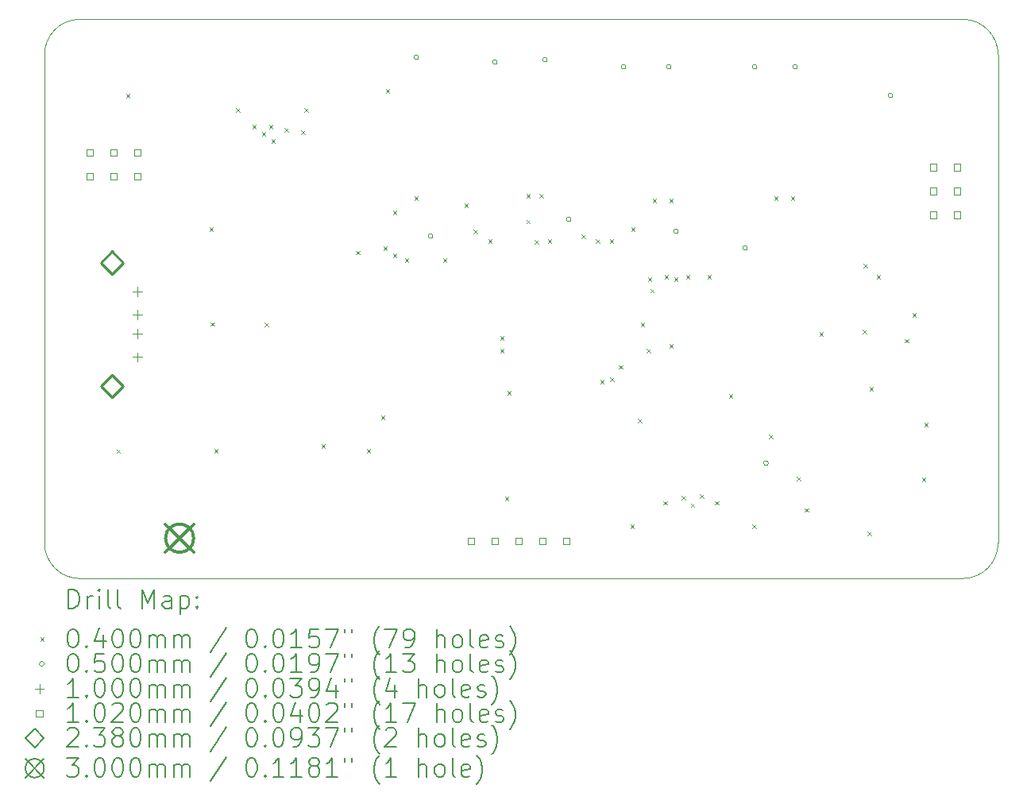
<source format=gbr>
%TF.GenerationSoftware,KiCad,Pcbnew,8.0.8*%
%TF.CreationDate,2025-03-18T19:15:26-04:00*%
%TF.ProjectId,477,3437372e-6b69-4636-9164-5f7063625858,rev?*%
%TF.SameCoordinates,Original*%
%TF.FileFunction,Drillmap*%
%TF.FilePolarity,Positive*%
%FSLAX45Y45*%
G04 Gerber Fmt 4.5, Leading zero omitted, Abs format (unit mm)*
G04 Created by KiCad (PCBNEW 8.0.8) date 2025-03-18 19:15:26*
%MOMM*%
%LPD*%
G01*
G04 APERTURE LIST*
%ADD10C,0.100000*%
%ADD11C,0.200000*%
%ADD12C,0.102000*%
%ADD13C,0.238000*%
%ADD14C,0.300000*%
G04 APERTURE END LIST*
D10*
X8935000Y-13530000D02*
G75*
G02*
X8560000Y-13150000I2500J377500D01*
G01*
X8560000Y-7950000D02*
X8560000Y-13150000D01*
X18725000Y-13150000D02*
G75*
G02*
X18350000Y-13530000I-377500J-2500D01*
G01*
X18350000Y-7570000D02*
X8935000Y-7570000D01*
X18725000Y-13150000D02*
X18725000Y-7950000D01*
X8935000Y-13530000D02*
X18350000Y-13530000D01*
X18350000Y-7570000D02*
G75*
G02*
X18725000Y-7950000I-2500J-377500D01*
G01*
X8560000Y-7950000D02*
G75*
G02*
X8935000Y-7570000I377500J2500D01*
G01*
D11*
D10*
X9327200Y-12153905D02*
X9367200Y-12193905D01*
X9367200Y-12153905D02*
X9327200Y-12193905D01*
X9428800Y-8362000D02*
X9468800Y-8402000D01*
X9468800Y-8362000D02*
X9428800Y-8402000D01*
X10317800Y-9784400D02*
X10357800Y-9824400D01*
X10357800Y-9784400D02*
X10317800Y-9824400D01*
X10330000Y-10800000D02*
X10370000Y-10840000D01*
X10370000Y-10800000D02*
X10330000Y-10840000D01*
X10368600Y-12146600D02*
X10408600Y-12186600D01*
X10408600Y-12146600D02*
X10368600Y-12186600D01*
X10602000Y-8514400D02*
X10642000Y-8554400D01*
X10642000Y-8514400D02*
X10602000Y-8554400D01*
X10775000Y-8692200D02*
X10815000Y-8732200D01*
X10815000Y-8692200D02*
X10775000Y-8732200D01*
X10876600Y-8768400D02*
X10916600Y-8808400D01*
X10916600Y-8768400D02*
X10876600Y-8808400D01*
X10904000Y-10800400D02*
X10944000Y-10840400D01*
X10944000Y-10800400D02*
X10904000Y-10840400D01*
X10952800Y-8692200D02*
X10992800Y-8732200D01*
X10992800Y-8692200D02*
X10952800Y-8732200D01*
X10978200Y-8844600D02*
X11018200Y-8884600D01*
X11018200Y-8844600D02*
X10978200Y-8884600D01*
X11117900Y-8730300D02*
X11157900Y-8770300D01*
X11157900Y-8730300D02*
X11117900Y-8770300D01*
X11295700Y-8755700D02*
X11335700Y-8795700D01*
X11335700Y-8755700D02*
X11295700Y-8795700D01*
X11330600Y-8514400D02*
X11370600Y-8554400D01*
X11370600Y-8514400D02*
X11330600Y-8554400D01*
X11511600Y-12095800D02*
X11551600Y-12135800D01*
X11551600Y-12095800D02*
X11511600Y-12135800D01*
X11880000Y-10037500D02*
X11920000Y-10077500D01*
X11920000Y-10037500D02*
X11880000Y-10077500D01*
X11994200Y-12146600D02*
X12034200Y-12186600D01*
X12034200Y-12146600D02*
X11994200Y-12186600D01*
X12146600Y-11791000D02*
X12186600Y-11831000D01*
X12186600Y-11791000D02*
X12146600Y-11831000D01*
X12172000Y-9987600D02*
X12212000Y-10027600D01*
X12212000Y-9987600D02*
X12172000Y-10027600D01*
X12197400Y-8311200D02*
X12237400Y-8351200D01*
X12237400Y-8311200D02*
X12197400Y-8351200D01*
X12273600Y-9606600D02*
X12313600Y-9646600D01*
X12313600Y-9606600D02*
X12273600Y-9646600D01*
X12273600Y-10063800D02*
X12313600Y-10103800D01*
X12313600Y-10063800D02*
X12273600Y-10103800D01*
X12400600Y-10114600D02*
X12440600Y-10154600D01*
X12440600Y-10114600D02*
X12400600Y-10154600D01*
X12502200Y-9454200D02*
X12542200Y-9494200D01*
X12542200Y-9454200D02*
X12502200Y-9494200D01*
X12807000Y-10114600D02*
X12847000Y-10154600D01*
X12847000Y-10114600D02*
X12807000Y-10154600D01*
X13035600Y-9530400D02*
X13075600Y-9570400D01*
X13075600Y-9530400D02*
X13035600Y-9570400D01*
X13130000Y-9815000D02*
X13170000Y-9855000D01*
X13170000Y-9815000D02*
X13130000Y-9855000D01*
X13289600Y-9911400D02*
X13329600Y-9951400D01*
X13329600Y-9911400D02*
X13289600Y-9951400D01*
X13416600Y-10944450D02*
X13456600Y-10984450D01*
X13456600Y-10944450D02*
X13416600Y-10984450D01*
X13416600Y-11079800D02*
X13456600Y-11119800D01*
X13456600Y-11079800D02*
X13416600Y-11119800D01*
X13467400Y-12654600D02*
X13507400Y-12694600D01*
X13507400Y-12654600D02*
X13467400Y-12694600D01*
X13492800Y-11530000D02*
X13532800Y-11570000D01*
X13532800Y-11530000D02*
X13492800Y-11570000D01*
X13696000Y-9428800D02*
X13736000Y-9468800D01*
X13736000Y-9428800D02*
X13696000Y-9468800D01*
X13696000Y-9707735D02*
X13736000Y-9747735D01*
X13736000Y-9707735D02*
X13696000Y-9747735D01*
X13784900Y-9924100D02*
X13824900Y-9964100D01*
X13824900Y-9924100D02*
X13784900Y-9964100D01*
X13835700Y-9428800D02*
X13875700Y-9468800D01*
X13875700Y-9428800D02*
X13835700Y-9468800D01*
X13924600Y-9911400D02*
X13964600Y-9951400D01*
X13964600Y-9911400D02*
X13924600Y-9951400D01*
X14281100Y-9860600D02*
X14321100Y-9900600D01*
X14321100Y-9860600D02*
X14281100Y-9900600D01*
X14438600Y-9911400D02*
X14478600Y-9951400D01*
X14478600Y-9911400D02*
X14438600Y-9951400D01*
X14482935Y-11410465D02*
X14522935Y-11450465D01*
X14522935Y-11410465D02*
X14482935Y-11450465D01*
X14585000Y-9911400D02*
X14625000Y-9951400D01*
X14625000Y-9911400D02*
X14585000Y-9951400D01*
X14588700Y-11384600D02*
X14628700Y-11424600D01*
X14628700Y-11384600D02*
X14588700Y-11424600D01*
X14680000Y-11256500D02*
X14720000Y-11296500D01*
X14720000Y-11256500D02*
X14680000Y-11296500D01*
X14805000Y-12955000D02*
X14845000Y-12995000D01*
X14845000Y-12955000D02*
X14805000Y-12995000D01*
X14813600Y-9784400D02*
X14853600Y-9824400D01*
X14853600Y-9784400D02*
X14813600Y-9824400D01*
X14883177Y-11826823D02*
X14923177Y-11866823D01*
X14923177Y-11826823D02*
X14883177Y-11866823D01*
X14915200Y-10800400D02*
X14955200Y-10840400D01*
X14955200Y-10800400D02*
X14915200Y-10840400D01*
X14980000Y-11080000D02*
X15020000Y-11120000D01*
X15020000Y-11080000D02*
X14980000Y-11120000D01*
X14991400Y-10317800D02*
X15031400Y-10357800D01*
X15031400Y-10317800D02*
X14991400Y-10357800D01*
X15016335Y-10444335D02*
X15056335Y-10484335D01*
X15056335Y-10444335D02*
X15016335Y-10484335D01*
X15042200Y-9479600D02*
X15082200Y-9519600D01*
X15082200Y-9479600D02*
X15042200Y-9519600D01*
X15155000Y-12705000D02*
X15195000Y-12745000D01*
X15195000Y-12705000D02*
X15155000Y-12745000D01*
X15169200Y-10292400D02*
X15209200Y-10332400D01*
X15209200Y-10292400D02*
X15169200Y-10332400D01*
X15220000Y-9483300D02*
X15260000Y-9523300D01*
X15260000Y-9483300D02*
X15220000Y-9523300D01*
X15220000Y-11029000D02*
X15260000Y-11069000D01*
X15260000Y-11029000D02*
X15220000Y-11069000D01*
X15270800Y-10317800D02*
X15310800Y-10357800D01*
X15310800Y-10317800D02*
X15270800Y-10357800D01*
X15348600Y-12648600D02*
X15388600Y-12688600D01*
X15388600Y-12648600D02*
X15348600Y-12688600D01*
X15397800Y-10292400D02*
X15437800Y-10332400D01*
X15437800Y-10292400D02*
X15397800Y-10332400D01*
X15448600Y-12730000D02*
X15488600Y-12770000D01*
X15488600Y-12730000D02*
X15448600Y-12770000D01*
X15548600Y-12630000D02*
X15588600Y-12670000D01*
X15588600Y-12630000D02*
X15548600Y-12670000D01*
X15626400Y-10292400D02*
X15666400Y-10332400D01*
X15666400Y-10292400D02*
X15626400Y-10332400D01*
X15705000Y-12705000D02*
X15745000Y-12745000D01*
X15745000Y-12705000D02*
X15705000Y-12745000D01*
X15855000Y-11562400D02*
X15895000Y-11602400D01*
X15895000Y-11562400D02*
X15855000Y-11602400D01*
X16105000Y-12955000D02*
X16145000Y-12995000D01*
X16145000Y-12955000D02*
X16105000Y-12995000D01*
X16280000Y-11997800D02*
X16320000Y-12037800D01*
X16320000Y-11997800D02*
X16280000Y-12037800D01*
X16337600Y-9454200D02*
X16377600Y-9494200D01*
X16377600Y-9454200D02*
X16337600Y-9494200D01*
X16515400Y-9454200D02*
X16555400Y-9494200D01*
X16555400Y-9454200D02*
X16515400Y-9494200D01*
X16580000Y-12447800D02*
X16620000Y-12487800D01*
X16620000Y-12447800D02*
X16580000Y-12487800D01*
X16666200Y-12780000D02*
X16706200Y-12820000D01*
X16706200Y-12780000D02*
X16666200Y-12820000D01*
X16820200Y-10902000D02*
X16860200Y-10942000D01*
X16860200Y-10902000D02*
X16820200Y-10942000D01*
X17280000Y-10880000D02*
X17320000Y-10920000D01*
X17320000Y-10880000D02*
X17280000Y-10920000D01*
X17287831Y-10174900D02*
X17327831Y-10214900D01*
X17327831Y-10174900D02*
X17287831Y-10214900D01*
X17330000Y-13030000D02*
X17370000Y-13070000D01*
X17370000Y-13030000D02*
X17330000Y-13070000D01*
X17353600Y-11486200D02*
X17393600Y-11526200D01*
X17393600Y-11486200D02*
X17353600Y-11526200D01*
X17429800Y-10292400D02*
X17469800Y-10332400D01*
X17469800Y-10292400D02*
X17429800Y-10332400D01*
X17730000Y-10977400D02*
X17770000Y-11017400D01*
X17770000Y-10977400D02*
X17730000Y-11017400D01*
X17810800Y-10698800D02*
X17850800Y-10738800D01*
X17850800Y-10698800D02*
X17810800Y-10738800D01*
X17912400Y-12451400D02*
X17952400Y-12491400D01*
X17952400Y-12451400D02*
X17912400Y-12491400D01*
X17937800Y-11867200D02*
X17977800Y-11907200D01*
X17977800Y-11867200D02*
X17937800Y-11907200D01*
X12547200Y-7975600D02*
G75*
G02*
X12497200Y-7975600I-25000J0D01*
G01*
X12497200Y-7975600D02*
G75*
G02*
X12547200Y-7975600I25000J0D01*
G01*
X12699600Y-9880600D02*
G75*
G02*
X12649600Y-9880600I-25000J0D01*
G01*
X12649600Y-9880600D02*
G75*
G02*
X12699600Y-9880600I25000J0D01*
G01*
X13385400Y-8026400D02*
G75*
G02*
X13335400Y-8026400I-25000J0D01*
G01*
X13335400Y-8026400D02*
G75*
G02*
X13385400Y-8026400I25000J0D01*
G01*
X13918800Y-8001000D02*
G75*
G02*
X13868800Y-8001000I-25000J0D01*
G01*
X13868800Y-8001000D02*
G75*
G02*
X13918800Y-8001000I25000J0D01*
G01*
X14172800Y-9702800D02*
G75*
G02*
X14122800Y-9702800I-25000J0D01*
G01*
X14122800Y-9702800D02*
G75*
G02*
X14172800Y-9702800I25000J0D01*
G01*
X14757000Y-8077200D02*
G75*
G02*
X14707000Y-8077200I-25000J0D01*
G01*
X14707000Y-8077200D02*
G75*
G02*
X14757000Y-8077200I25000J0D01*
G01*
X15239600Y-8077200D02*
G75*
G02*
X15189600Y-8077200I-25000J0D01*
G01*
X15189600Y-8077200D02*
G75*
G02*
X15239600Y-8077200I25000J0D01*
G01*
X15315800Y-9829800D02*
G75*
G02*
X15265800Y-9829800I-25000J0D01*
G01*
X15265800Y-9829800D02*
G75*
G02*
X15315800Y-9829800I25000J0D01*
G01*
X16052400Y-10007600D02*
G75*
G02*
X16002400Y-10007600I-25000J0D01*
G01*
X16002400Y-10007600D02*
G75*
G02*
X16052400Y-10007600I25000J0D01*
G01*
X16154000Y-8077200D02*
G75*
G02*
X16104000Y-8077200I-25000J0D01*
G01*
X16104000Y-8077200D02*
G75*
G02*
X16154000Y-8077200I25000J0D01*
G01*
X16275000Y-12300000D02*
G75*
G02*
X16225000Y-12300000I-25000J0D01*
G01*
X16225000Y-12300000D02*
G75*
G02*
X16275000Y-12300000I25000J0D01*
G01*
X16585800Y-8077200D02*
G75*
G02*
X16535800Y-8077200I-25000J0D01*
G01*
X16535800Y-8077200D02*
G75*
G02*
X16585800Y-8077200I25000J0D01*
G01*
X17601800Y-8382000D02*
G75*
G02*
X17551800Y-8382000I-25000J0D01*
G01*
X17551800Y-8382000D02*
G75*
G02*
X17601800Y-8382000I25000J0D01*
G01*
X9549000Y-10420000D02*
X9549000Y-10520000D01*
X9499000Y-10470000D02*
X9599000Y-10470000D01*
X9549000Y-10670000D02*
X9549000Y-10770000D01*
X9499000Y-10720000D02*
X9599000Y-10720000D01*
X9549000Y-10870000D02*
X9549000Y-10970000D01*
X9499000Y-10920000D02*
X9599000Y-10920000D01*
X9549000Y-11120000D02*
X9549000Y-11220000D01*
X9499000Y-11170000D02*
X9599000Y-11170000D01*
D12*
X9078463Y-9027663D02*
X9078463Y-8955537D01*
X9006337Y-8955537D01*
X9006337Y-9027663D01*
X9078463Y-9027663D01*
X9078463Y-9281663D02*
X9078463Y-9209537D01*
X9006337Y-9209537D01*
X9006337Y-9281663D01*
X9078463Y-9281663D01*
X9332463Y-9027663D02*
X9332463Y-8955537D01*
X9260337Y-8955537D01*
X9260337Y-9027663D01*
X9332463Y-9027663D01*
X9332463Y-9281663D02*
X9332463Y-9209537D01*
X9260337Y-9209537D01*
X9260337Y-9281663D01*
X9332463Y-9281663D01*
X9586463Y-9027663D02*
X9586463Y-8955537D01*
X9514337Y-8955537D01*
X9514337Y-9027663D01*
X9586463Y-9027663D01*
X9586463Y-9281663D02*
X9586463Y-9209537D01*
X9514337Y-9209537D01*
X9514337Y-9281663D01*
X9586463Y-9281663D01*
X13142463Y-13167863D02*
X13142463Y-13095737D01*
X13070337Y-13095737D01*
X13070337Y-13167863D01*
X13142463Y-13167863D01*
X13396463Y-13167863D02*
X13396463Y-13095737D01*
X13324337Y-13095737D01*
X13324337Y-13167863D01*
X13396463Y-13167863D01*
X13650463Y-13167863D02*
X13650463Y-13095737D01*
X13578337Y-13095737D01*
X13578337Y-13167863D01*
X13650463Y-13167863D01*
X13904463Y-13167863D02*
X13904463Y-13095737D01*
X13832337Y-13095737D01*
X13832337Y-13167863D01*
X13904463Y-13167863D01*
X14158463Y-13167863D02*
X14158463Y-13095737D01*
X14086337Y-13095737D01*
X14086337Y-13167863D01*
X14158463Y-13167863D01*
X18070063Y-9181463D02*
X18070063Y-9109337D01*
X17997937Y-9109337D01*
X17997937Y-9181463D01*
X18070063Y-9181463D01*
X18070063Y-9435463D02*
X18070063Y-9363337D01*
X17997937Y-9363337D01*
X17997937Y-9435463D01*
X18070063Y-9435463D01*
X18070063Y-9689463D02*
X18070063Y-9617337D01*
X17997937Y-9617337D01*
X17997937Y-9689463D01*
X18070063Y-9689463D01*
X18324063Y-9181463D02*
X18324063Y-9109337D01*
X18251937Y-9109337D01*
X18251937Y-9181463D01*
X18324063Y-9181463D01*
X18324063Y-9435463D02*
X18324063Y-9363337D01*
X18251937Y-9363337D01*
X18251937Y-9435463D01*
X18324063Y-9435463D01*
X18324063Y-9689463D02*
X18324063Y-9617337D01*
X18251937Y-9617337D01*
X18251937Y-9689463D01*
X18324063Y-9689463D01*
D13*
X9278000Y-10282000D02*
X9397000Y-10163000D01*
X9278000Y-10044000D01*
X9159000Y-10163000D01*
X9278000Y-10282000D01*
X9278000Y-11596000D02*
X9397000Y-11477000D01*
X9278000Y-11358000D01*
X9159000Y-11477000D01*
X9278000Y-11596000D01*
D14*
X9850000Y-12950000D02*
X10150000Y-13250000D01*
X10150000Y-12950000D02*
X9850000Y-13250000D01*
X10150000Y-13100000D02*
G75*
G02*
X9850000Y-13100000I-150000J0D01*
G01*
X9850000Y-13100000D02*
G75*
G02*
X10150000Y-13100000I150000J0D01*
G01*
D11*
X8815769Y-13846484D02*
X8815769Y-13646484D01*
X8815769Y-13646484D02*
X8863388Y-13646484D01*
X8863388Y-13646484D02*
X8891959Y-13656008D01*
X8891959Y-13656008D02*
X8911007Y-13675055D01*
X8911007Y-13675055D02*
X8920530Y-13694103D01*
X8920530Y-13694103D02*
X8930054Y-13732198D01*
X8930054Y-13732198D02*
X8930054Y-13760769D01*
X8930054Y-13760769D02*
X8920530Y-13798865D01*
X8920530Y-13798865D02*
X8911007Y-13817912D01*
X8911007Y-13817912D02*
X8891959Y-13836960D01*
X8891959Y-13836960D02*
X8863388Y-13846484D01*
X8863388Y-13846484D02*
X8815769Y-13846484D01*
X9015769Y-13846484D02*
X9015769Y-13713150D01*
X9015769Y-13751246D02*
X9025292Y-13732198D01*
X9025292Y-13732198D02*
X9034816Y-13722674D01*
X9034816Y-13722674D02*
X9053864Y-13713150D01*
X9053864Y-13713150D02*
X9072911Y-13713150D01*
X9139578Y-13846484D02*
X9139578Y-13713150D01*
X9139578Y-13646484D02*
X9130054Y-13656008D01*
X9130054Y-13656008D02*
X9139578Y-13665531D01*
X9139578Y-13665531D02*
X9149102Y-13656008D01*
X9149102Y-13656008D02*
X9139578Y-13646484D01*
X9139578Y-13646484D02*
X9139578Y-13665531D01*
X9263388Y-13846484D02*
X9244340Y-13836960D01*
X9244340Y-13836960D02*
X9234816Y-13817912D01*
X9234816Y-13817912D02*
X9234816Y-13646484D01*
X9368149Y-13846484D02*
X9349102Y-13836960D01*
X9349102Y-13836960D02*
X9339578Y-13817912D01*
X9339578Y-13817912D02*
X9339578Y-13646484D01*
X9596721Y-13846484D02*
X9596721Y-13646484D01*
X9596721Y-13646484D02*
X9663388Y-13789341D01*
X9663388Y-13789341D02*
X9730054Y-13646484D01*
X9730054Y-13646484D02*
X9730054Y-13846484D01*
X9911007Y-13846484D02*
X9911007Y-13741722D01*
X9911007Y-13741722D02*
X9901483Y-13722674D01*
X9901483Y-13722674D02*
X9882435Y-13713150D01*
X9882435Y-13713150D02*
X9844340Y-13713150D01*
X9844340Y-13713150D02*
X9825292Y-13722674D01*
X9911007Y-13836960D02*
X9891959Y-13846484D01*
X9891959Y-13846484D02*
X9844340Y-13846484D01*
X9844340Y-13846484D02*
X9825292Y-13836960D01*
X9825292Y-13836960D02*
X9815769Y-13817912D01*
X9815769Y-13817912D02*
X9815769Y-13798865D01*
X9815769Y-13798865D02*
X9825292Y-13779817D01*
X9825292Y-13779817D02*
X9844340Y-13770293D01*
X9844340Y-13770293D02*
X9891959Y-13770293D01*
X9891959Y-13770293D02*
X9911007Y-13760769D01*
X10006245Y-13713150D02*
X10006245Y-13913150D01*
X10006245Y-13722674D02*
X10025292Y-13713150D01*
X10025292Y-13713150D02*
X10063388Y-13713150D01*
X10063388Y-13713150D02*
X10082435Y-13722674D01*
X10082435Y-13722674D02*
X10091959Y-13732198D01*
X10091959Y-13732198D02*
X10101483Y-13751246D01*
X10101483Y-13751246D02*
X10101483Y-13808388D01*
X10101483Y-13808388D02*
X10091959Y-13827436D01*
X10091959Y-13827436D02*
X10082435Y-13836960D01*
X10082435Y-13836960D02*
X10063388Y-13846484D01*
X10063388Y-13846484D02*
X10025292Y-13846484D01*
X10025292Y-13846484D02*
X10006245Y-13836960D01*
X10187197Y-13827436D02*
X10196721Y-13836960D01*
X10196721Y-13836960D02*
X10187197Y-13846484D01*
X10187197Y-13846484D02*
X10177673Y-13836960D01*
X10177673Y-13836960D02*
X10187197Y-13827436D01*
X10187197Y-13827436D02*
X10187197Y-13846484D01*
X10187197Y-13722674D02*
X10196721Y-13732198D01*
X10196721Y-13732198D02*
X10187197Y-13741722D01*
X10187197Y-13741722D02*
X10177673Y-13732198D01*
X10177673Y-13732198D02*
X10187197Y-13722674D01*
X10187197Y-13722674D02*
X10187197Y-13741722D01*
D10*
X8514992Y-14155000D02*
X8554992Y-14195000D01*
X8554992Y-14155000D02*
X8514992Y-14195000D01*
D11*
X8853864Y-14066484D02*
X8872911Y-14066484D01*
X8872911Y-14066484D02*
X8891959Y-14076008D01*
X8891959Y-14076008D02*
X8901483Y-14085531D01*
X8901483Y-14085531D02*
X8911007Y-14104579D01*
X8911007Y-14104579D02*
X8920530Y-14142674D01*
X8920530Y-14142674D02*
X8920530Y-14190293D01*
X8920530Y-14190293D02*
X8911007Y-14228388D01*
X8911007Y-14228388D02*
X8901483Y-14247436D01*
X8901483Y-14247436D02*
X8891959Y-14256960D01*
X8891959Y-14256960D02*
X8872911Y-14266484D01*
X8872911Y-14266484D02*
X8853864Y-14266484D01*
X8853864Y-14266484D02*
X8834816Y-14256960D01*
X8834816Y-14256960D02*
X8825292Y-14247436D01*
X8825292Y-14247436D02*
X8815769Y-14228388D01*
X8815769Y-14228388D02*
X8806245Y-14190293D01*
X8806245Y-14190293D02*
X8806245Y-14142674D01*
X8806245Y-14142674D02*
X8815769Y-14104579D01*
X8815769Y-14104579D02*
X8825292Y-14085531D01*
X8825292Y-14085531D02*
X8834816Y-14076008D01*
X8834816Y-14076008D02*
X8853864Y-14066484D01*
X9006245Y-14247436D02*
X9015769Y-14256960D01*
X9015769Y-14256960D02*
X9006245Y-14266484D01*
X9006245Y-14266484D02*
X8996721Y-14256960D01*
X8996721Y-14256960D02*
X9006245Y-14247436D01*
X9006245Y-14247436D02*
X9006245Y-14266484D01*
X9187197Y-14133150D02*
X9187197Y-14266484D01*
X9139578Y-14056960D02*
X9091959Y-14199817D01*
X9091959Y-14199817D02*
X9215769Y-14199817D01*
X9330054Y-14066484D02*
X9349102Y-14066484D01*
X9349102Y-14066484D02*
X9368150Y-14076008D01*
X9368150Y-14076008D02*
X9377673Y-14085531D01*
X9377673Y-14085531D02*
X9387197Y-14104579D01*
X9387197Y-14104579D02*
X9396721Y-14142674D01*
X9396721Y-14142674D02*
X9396721Y-14190293D01*
X9396721Y-14190293D02*
X9387197Y-14228388D01*
X9387197Y-14228388D02*
X9377673Y-14247436D01*
X9377673Y-14247436D02*
X9368150Y-14256960D01*
X9368150Y-14256960D02*
X9349102Y-14266484D01*
X9349102Y-14266484D02*
X9330054Y-14266484D01*
X9330054Y-14266484D02*
X9311007Y-14256960D01*
X9311007Y-14256960D02*
X9301483Y-14247436D01*
X9301483Y-14247436D02*
X9291959Y-14228388D01*
X9291959Y-14228388D02*
X9282435Y-14190293D01*
X9282435Y-14190293D02*
X9282435Y-14142674D01*
X9282435Y-14142674D02*
X9291959Y-14104579D01*
X9291959Y-14104579D02*
X9301483Y-14085531D01*
X9301483Y-14085531D02*
X9311007Y-14076008D01*
X9311007Y-14076008D02*
X9330054Y-14066484D01*
X9520530Y-14066484D02*
X9539578Y-14066484D01*
X9539578Y-14066484D02*
X9558626Y-14076008D01*
X9558626Y-14076008D02*
X9568150Y-14085531D01*
X9568150Y-14085531D02*
X9577673Y-14104579D01*
X9577673Y-14104579D02*
X9587197Y-14142674D01*
X9587197Y-14142674D02*
X9587197Y-14190293D01*
X9587197Y-14190293D02*
X9577673Y-14228388D01*
X9577673Y-14228388D02*
X9568150Y-14247436D01*
X9568150Y-14247436D02*
X9558626Y-14256960D01*
X9558626Y-14256960D02*
X9539578Y-14266484D01*
X9539578Y-14266484D02*
X9520530Y-14266484D01*
X9520530Y-14266484D02*
X9501483Y-14256960D01*
X9501483Y-14256960D02*
X9491959Y-14247436D01*
X9491959Y-14247436D02*
X9482435Y-14228388D01*
X9482435Y-14228388D02*
X9472911Y-14190293D01*
X9472911Y-14190293D02*
X9472911Y-14142674D01*
X9472911Y-14142674D02*
X9482435Y-14104579D01*
X9482435Y-14104579D02*
X9491959Y-14085531D01*
X9491959Y-14085531D02*
X9501483Y-14076008D01*
X9501483Y-14076008D02*
X9520530Y-14066484D01*
X9672911Y-14266484D02*
X9672911Y-14133150D01*
X9672911Y-14152198D02*
X9682435Y-14142674D01*
X9682435Y-14142674D02*
X9701483Y-14133150D01*
X9701483Y-14133150D02*
X9730054Y-14133150D01*
X9730054Y-14133150D02*
X9749102Y-14142674D01*
X9749102Y-14142674D02*
X9758626Y-14161722D01*
X9758626Y-14161722D02*
X9758626Y-14266484D01*
X9758626Y-14161722D02*
X9768150Y-14142674D01*
X9768150Y-14142674D02*
X9787197Y-14133150D01*
X9787197Y-14133150D02*
X9815769Y-14133150D01*
X9815769Y-14133150D02*
X9834816Y-14142674D01*
X9834816Y-14142674D02*
X9844340Y-14161722D01*
X9844340Y-14161722D02*
X9844340Y-14266484D01*
X9939578Y-14266484D02*
X9939578Y-14133150D01*
X9939578Y-14152198D02*
X9949102Y-14142674D01*
X9949102Y-14142674D02*
X9968150Y-14133150D01*
X9968150Y-14133150D02*
X9996721Y-14133150D01*
X9996721Y-14133150D02*
X10015769Y-14142674D01*
X10015769Y-14142674D02*
X10025292Y-14161722D01*
X10025292Y-14161722D02*
X10025292Y-14266484D01*
X10025292Y-14161722D02*
X10034816Y-14142674D01*
X10034816Y-14142674D02*
X10053864Y-14133150D01*
X10053864Y-14133150D02*
X10082435Y-14133150D01*
X10082435Y-14133150D02*
X10101483Y-14142674D01*
X10101483Y-14142674D02*
X10111007Y-14161722D01*
X10111007Y-14161722D02*
X10111007Y-14266484D01*
X10501483Y-14056960D02*
X10330054Y-14314103D01*
X10758626Y-14066484D02*
X10777674Y-14066484D01*
X10777674Y-14066484D02*
X10796721Y-14076008D01*
X10796721Y-14076008D02*
X10806245Y-14085531D01*
X10806245Y-14085531D02*
X10815769Y-14104579D01*
X10815769Y-14104579D02*
X10825293Y-14142674D01*
X10825293Y-14142674D02*
X10825293Y-14190293D01*
X10825293Y-14190293D02*
X10815769Y-14228388D01*
X10815769Y-14228388D02*
X10806245Y-14247436D01*
X10806245Y-14247436D02*
X10796721Y-14256960D01*
X10796721Y-14256960D02*
X10777674Y-14266484D01*
X10777674Y-14266484D02*
X10758626Y-14266484D01*
X10758626Y-14266484D02*
X10739578Y-14256960D01*
X10739578Y-14256960D02*
X10730054Y-14247436D01*
X10730054Y-14247436D02*
X10720531Y-14228388D01*
X10720531Y-14228388D02*
X10711007Y-14190293D01*
X10711007Y-14190293D02*
X10711007Y-14142674D01*
X10711007Y-14142674D02*
X10720531Y-14104579D01*
X10720531Y-14104579D02*
X10730054Y-14085531D01*
X10730054Y-14085531D02*
X10739578Y-14076008D01*
X10739578Y-14076008D02*
X10758626Y-14066484D01*
X10911007Y-14247436D02*
X10920531Y-14256960D01*
X10920531Y-14256960D02*
X10911007Y-14266484D01*
X10911007Y-14266484D02*
X10901483Y-14256960D01*
X10901483Y-14256960D02*
X10911007Y-14247436D01*
X10911007Y-14247436D02*
X10911007Y-14266484D01*
X11044340Y-14066484D02*
X11063388Y-14066484D01*
X11063388Y-14066484D02*
X11082435Y-14076008D01*
X11082435Y-14076008D02*
X11091959Y-14085531D01*
X11091959Y-14085531D02*
X11101483Y-14104579D01*
X11101483Y-14104579D02*
X11111007Y-14142674D01*
X11111007Y-14142674D02*
X11111007Y-14190293D01*
X11111007Y-14190293D02*
X11101483Y-14228388D01*
X11101483Y-14228388D02*
X11091959Y-14247436D01*
X11091959Y-14247436D02*
X11082435Y-14256960D01*
X11082435Y-14256960D02*
X11063388Y-14266484D01*
X11063388Y-14266484D02*
X11044340Y-14266484D01*
X11044340Y-14266484D02*
X11025293Y-14256960D01*
X11025293Y-14256960D02*
X11015769Y-14247436D01*
X11015769Y-14247436D02*
X11006245Y-14228388D01*
X11006245Y-14228388D02*
X10996721Y-14190293D01*
X10996721Y-14190293D02*
X10996721Y-14142674D01*
X10996721Y-14142674D02*
X11006245Y-14104579D01*
X11006245Y-14104579D02*
X11015769Y-14085531D01*
X11015769Y-14085531D02*
X11025293Y-14076008D01*
X11025293Y-14076008D02*
X11044340Y-14066484D01*
X11301483Y-14266484D02*
X11187197Y-14266484D01*
X11244340Y-14266484D02*
X11244340Y-14066484D01*
X11244340Y-14066484D02*
X11225292Y-14095055D01*
X11225292Y-14095055D02*
X11206245Y-14114103D01*
X11206245Y-14114103D02*
X11187197Y-14123627D01*
X11482435Y-14066484D02*
X11387197Y-14066484D01*
X11387197Y-14066484D02*
X11377673Y-14161722D01*
X11377673Y-14161722D02*
X11387197Y-14152198D01*
X11387197Y-14152198D02*
X11406245Y-14142674D01*
X11406245Y-14142674D02*
X11453864Y-14142674D01*
X11453864Y-14142674D02*
X11472912Y-14152198D01*
X11472912Y-14152198D02*
X11482435Y-14161722D01*
X11482435Y-14161722D02*
X11491959Y-14180769D01*
X11491959Y-14180769D02*
X11491959Y-14228388D01*
X11491959Y-14228388D02*
X11482435Y-14247436D01*
X11482435Y-14247436D02*
X11472912Y-14256960D01*
X11472912Y-14256960D02*
X11453864Y-14266484D01*
X11453864Y-14266484D02*
X11406245Y-14266484D01*
X11406245Y-14266484D02*
X11387197Y-14256960D01*
X11387197Y-14256960D02*
X11377673Y-14247436D01*
X11558626Y-14066484D02*
X11691959Y-14066484D01*
X11691959Y-14066484D02*
X11606245Y-14266484D01*
X11758626Y-14066484D02*
X11758626Y-14104579D01*
X11834816Y-14066484D02*
X11834816Y-14104579D01*
X12130055Y-14342674D02*
X12120531Y-14333150D01*
X12120531Y-14333150D02*
X12101483Y-14304579D01*
X12101483Y-14304579D02*
X12091959Y-14285531D01*
X12091959Y-14285531D02*
X12082435Y-14256960D01*
X12082435Y-14256960D02*
X12072912Y-14209341D01*
X12072912Y-14209341D02*
X12072912Y-14171246D01*
X12072912Y-14171246D02*
X12082435Y-14123627D01*
X12082435Y-14123627D02*
X12091959Y-14095055D01*
X12091959Y-14095055D02*
X12101483Y-14076008D01*
X12101483Y-14076008D02*
X12120531Y-14047436D01*
X12120531Y-14047436D02*
X12130055Y-14037912D01*
X12187197Y-14066484D02*
X12320531Y-14066484D01*
X12320531Y-14066484D02*
X12234816Y-14266484D01*
X12406245Y-14266484D02*
X12444340Y-14266484D01*
X12444340Y-14266484D02*
X12463388Y-14256960D01*
X12463388Y-14256960D02*
X12472912Y-14247436D01*
X12472912Y-14247436D02*
X12491959Y-14218865D01*
X12491959Y-14218865D02*
X12501483Y-14180769D01*
X12501483Y-14180769D02*
X12501483Y-14104579D01*
X12501483Y-14104579D02*
X12491959Y-14085531D01*
X12491959Y-14085531D02*
X12482435Y-14076008D01*
X12482435Y-14076008D02*
X12463388Y-14066484D01*
X12463388Y-14066484D02*
X12425293Y-14066484D01*
X12425293Y-14066484D02*
X12406245Y-14076008D01*
X12406245Y-14076008D02*
X12396721Y-14085531D01*
X12396721Y-14085531D02*
X12387197Y-14104579D01*
X12387197Y-14104579D02*
X12387197Y-14152198D01*
X12387197Y-14152198D02*
X12396721Y-14171246D01*
X12396721Y-14171246D02*
X12406245Y-14180769D01*
X12406245Y-14180769D02*
X12425293Y-14190293D01*
X12425293Y-14190293D02*
X12463388Y-14190293D01*
X12463388Y-14190293D02*
X12482435Y-14180769D01*
X12482435Y-14180769D02*
X12491959Y-14171246D01*
X12491959Y-14171246D02*
X12501483Y-14152198D01*
X12739578Y-14266484D02*
X12739578Y-14066484D01*
X12825293Y-14266484D02*
X12825293Y-14161722D01*
X12825293Y-14161722D02*
X12815769Y-14142674D01*
X12815769Y-14142674D02*
X12796721Y-14133150D01*
X12796721Y-14133150D02*
X12768150Y-14133150D01*
X12768150Y-14133150D02*
X12749102Y-14142674D01*
X12749102Y-14142674D02*
X12739578Y-14152198D01*
X12949102Y-14266484D02*
X12930055Y-14256960D01*
X12930055Y-14256960D02*
X12920531Y-14247436D01*
X12920531Y-14247436D02*
X12911007Y-14228388D01*
X12911007Y-14228388D02*
X12911007Y-14171246D01*
X12911007Y-14171246D02*
X12920531Y-14152198D01*
X12920531Y-14152198D02*
X12930055Y-14142674D01*
X12930055Y-14142674D02*
X12949102Y-14133150D01*
X12949102Y-14133150D02*
X12977674Y-14133150D01*
X12977674Y-14133150D02*
X12996721Y-14142674D01*
X12996721Y-14142674D02*
X13006245Y-14152198D01*
X13006245Y-14152198D02*
X13015769Y-14171246D01*
X13015769Y-14171246D02*
X13015769Y-14228388D01*
X13015769Y-14228388D02*
X13006245Y-14247436D01*
X13006245Y-14247436D02*
X12996721Y-14256960D01*
X12996721Y-14256960D02*
X12977674Y-14266484D01*
X12977674Y-14266484D02*
X12949102Y-14266484D01*
X13130055Y-14266484D02*
X13111007Y-14256960D01*
X13111007Y-14256960D02*
X13101483Y-14237912D01*
X13101483Y-14237912D02*
X13101483Y-14066484D01*
X13282436Y-14256960D02*
X13263388Y-14266484D01*
X13263388Y-14266484D02*
X13225293Y-14266484D01*
X13225293Y-14266484D02*
X13206245Y-14256960D01*
X13206245Y-14256960D02*
X13196721Y-14237912D01*
X13196721Y-14237912D02*
X13196721Y-14161722D01*
X13196721Y-14161722D02*
X13206245Y-14142674D01*
X13206245Y-14142674D02*
X13225293Y-14133150D01*
X13225293Y-14133150D02*
X13263388Y-14133150D01*
X13263388Y-14133150D02*
X13282436Y-14142674D01*
X13282436Y-14142674D02*
X13291959Y-14161722D01*
X13291959Y-14161722D02*
X13291959Y-14180769D01*
X13291959Y-14180769D02*
X13196721Y-14199817D01*
X13368150Y-14256960D02*
X13387197Y-14266484D01*
X13387197Y-14266484D02*
X13425293Y-14266484D01*
X13425293Y-14266484D02*
X13444340Y-14256960D01*
X13444340Y-14256960D02*
X13453864Y-14237912D01*
X13453864Y-14237912D02*
X13453864Y-14228388D01*
X13453864Y-14228388D02*
X13444340Y-14209341D01*
X13444340Y-14209341D02*
X13425293Y-14199817D01*
X13425293Y-14199817D02*
X13396721Y-14199817D01*
X13396721Y-14199817D02*
X13377674Y-14190293D01*
X13377674Y-14190293D02*
X13368150Y-14171246D01*
X13368150Y-14171246D02*
X13368150Y-14161722D01*
X13368150Y-14161722D02*
X13377674Y-14142674D01*
X13377674Y-14142674D02*
X13396721Y-14133150D01*
X13396721Y-14133150D02*
X13425293Y-14133150D01*
X13425293Y-14133150D02*
X13444340Y-14142674D01*
X13520531Y-14342674D02*
X13530055Y-14333150D01*
X13530055Y-14333150D02*
X13549102Y-14304579D01*
X13549102Y-14304579D02*
X13558626Y-14285531D01*
X13558626Y-14285531D02*
X13568150Y-14256960D01*
X13568150Y-14256960D02*
X13577674Y-14209341D01*
X13577674Y-14209341D02*
X13577674Y-14171246D01*
X13577674Y-14171246D02*
X13568150Y-14123627D01*
X13568150Y-14123627D02*
X13558626Y-14095055D01*
X13558626Y-14095055D02*
X13549102Y-14076008D01*
X13549102Y-14076008D02*
X13530055Y-14047436D01*
X13530055Y-14047436D02*
X13520531Y-14037912D01*
D10*
X8554992Y-14439000D02*
G75*
G02*
X8504992Y-14439000I-25000J0D01*
G01*
X8504992Y-14439000D02*
G75*
G02*
X8554992Y-14439000I25000J0D01*
G01*
D11*
X8853864Y-14330484D02*
X8872911Y-14330484D01*
X8872911Y-14330484D02*
X8891959Y-14340008D01*
X8891959Y-14340008D02*
X8901483Y-14349531D01*
X8901483Y-14349531D02*
X8911007Y-14368579D01*
X8911007Y-14368579D02*
X8920530Y-14406674D01*
X8920530Y-14406674D02*
X8920530Y-14454293D01*
X8920530Y-14454293D02*
X8911007Y-14492388D01*
X8911007Y-14492388D02*
X8901483Y-14511436D01*
X8901483Y-14511436D02*
X8891959Y-14520960D01*
X8891959Y-14520960D02*
X8872911Y-14530484D01*
X8872911Y-14530484D02*
X8853864Y-14530484D01*
X8853864Y-14530484D02*
X8834816Y-14520960D01*
X8834816Y-14520960D02*
X8825292Y-14511436D01*
X8825292Y-14511436D02*
X8815769Y-14492388D01*
X8815769Y-14492388D02*
X8806245Y-14454293D01*
X8806245Y-14454293D02*
X8806245Y-14406674D01*
X8806245Y-14406674D02*
X8815769Y-14368579D01*
X8815769Y-14368579D02*
X8825292Y-14349531D01*
X8825292Y-14349531D02*
X8834816Y-14340008D01*
X8834816Y-14340008D02*
X8853864Y-14330484D01*
X9006245Y-14511436D02*
X9015769Y-14520960D01*
X9015769Y-14520960D02*
X9006245Y-14530484D01*
X9006245Y-14530484D02*
X8996721Y-14520960D01*
X8996721Y-14520960D02*
X9006245Y-14511436D01*
X9006245Y-14511436D02*
X9006245Y-14530484D01*
X9196721Y-14330484D02*
X9101483Y-14330484D01*
X9101483Y-14330484D02*
X9091959Y-14425722D01*
X9091959Y-14425722D02*
X9101483Y-14416198D01*
X9101483Y-14416198D02*
X9120530Y-14406674D01*
X9120530Y-14406674D02*
X9168150Y-14406674D01*
X9168150Y-14406674D02*
X9187197Y-14416198D01*
X9187197Y-14416198D02*
X9196721Y-14425722D01*
X9196721Y-14425722D02*
X9206245Y-14444769D01*
X9206245Y-14444769D02*
X9206245Y-14492388D01*
X9206245Y-14492388D02*
X9196721Y-14511436D01*
X9196721Y-14511436D02*
X9187197Y-14520960D01*
X9187197Y-14520960D02*
X9168150Y-14530484D01*
X9168150Y-14530484D02*
X9120530Y-14530484D01*
X9120530Y-14530484D02*
X9101483Y-14520960D01*
X9101483Y-14520960D02*
X9091959Y-14511436D01*
X9330054Y-14330484D02*
X9349102Y-14330484D01*
X9349102Y-14330484D02*
X9368150Y-14340008D01*
X9368150Y-14340008D02*
X9377673Y-14349531D01*
X9377673Y-14349531D02*
X9387197Y-14368579D01*
X9387197Y-14368579D02*
X9396721Y-14406674D01*
X9396721Y-14406674D02*
X9396721Y-14454293D01*
X9396721Y-14454293D02*
X9387197Y-14492388D01*
X9387197Y-14492388D02*
X9377673Y-14511436D01*
X9377673Y-14511436D02*
X9368150Y-14520960D01*
X9368150Y-14520960D02*
X9349102Y-14530484D01*
X9349102Y-14530484D02*
X9330054Y-14530484D01*
X9330054Y-14530484D02*
X9311007Y-14520960D01*
X9311007Y-14520960D02*
X9301483Y-14511436D01*
X9301483Y-14511436D02*
X9291959Y-14492388D01*
X9291959Y-14492388D02*
X9282435Y-14454293D01*
X9282435Y-14454293D02*
X9282435Y-14406674D01*
X9282435Y-14406674D02*
X9291959Y-14368579D01*
X9291959Y-14368579D02*
X9301483Y-14349531D01*
X9301483Y-14349531D02*
X9311007Y-14340008D01*
X9311007Y-14340008D02*
X9330054Y-14330484D01*
X9520530Y-14330484D02*
X9539578Y-14330484D01*
X9539578Y-14330484D02*
X9558626Y-14340008D01*
X9558626Y-14340008D02*
X9568150Y-14349531D01*
X9568150Y-14349531D02*
X9577673Y-14368579D01*
X9577673Y-14368579D02*
X9587197Y-14406674D01*
X9587197Y-14406674D02*
X9587197Y-14454293D01*
X9587197Y-14454293D02*
X9577673Y-14492388D01*
X9577673Y-14492388D02*
X9568150Y-14511436D01*
X9568150Y-14511436D02*
X9558626Y-14520960D01*
X9558626Y-14520960D02*
X9539578Y-14530484D01*
X9539578Y-14530484D02*
X9520530Y-14530484D01*
X9520530Y-14530484D02*
X9501483Y-14520960D01*
X9501483Y-14520960D02*
X9491959Y-14511436D01*
X9491959Y-14511436D02*
X9482435Y-14492388D01*
X9482435Y-14492388D02*
X9472911Y-14454293D01*
X9472911Y-14454293D02*
X9472911Y-14406674D01*
X9472911Y-14406674D02*
X9482435Y-14368579D01*
X9482435Y-14368579D02*
X9491959Y-14349531D01*
X9491959Y-14349531D02*
X9501483Y-14340008D01*
X9501483Y-14340008D02*
X9520530Y-14330484D01*
X9672911Y-14530484D02*
X9672911Y-14397150D01*
X9672911Y-14416198D02*
X9682435Y-14406674D01*
X9682435Y-14406674D02*
X9701483Y-14397150D01*
X9701483Y-14397150D02*
X9730054Y-14397150D01*
X9730054Y-14397150D02*
X9749102Y-14406674D01*
X9749102Y-14406674D02*
X9758626Y-14425722D01*
X9758626Y-14425722D02*
X9758626Y-14530484D01*
X9758626Y-14425722D02*
X9768150Y-14406674D01*
X9768150Y-14406674D02*
X9787197Y-14397150D01*
X9787197Y-14397150D02*
X9815769Y-14397150D01*
X9815769Y-14397150D02*
X9834816Y-14406674D01*
X9834816Y-14406674D02*
X9844340Y-14425722D01*
X9844340Y-14425722D02*
X9844340Y-14530484D01*
X9939578Y-14530484D02*
X9939578Y-14397150D01*
X9939578Y-14416198D02*
X9949102Y-14406674D01*
X9949102Y-14406674D02*
X9968150Y-14397150D01*
X9968150Y-14397150D02*
X9996721Y-14397150D01*
X9996721Y-14397150D02*
X10015769Y-14406674D01*
X10015769Y-14406674D02*
X10025292Y-14425722D01*
X10025292Y-14425722D02*
X10025292Y-14530484D01*
X10025292Y-14425722D02*
X10034816Y-14406674D01*
X10034816Y-14406674D02*
X10053864Y-14397150D01*
X10053864Y-14397150D02*
X10082435Y-14397150D01*
X10082435Y-14397150D02*
X10101483Y-14406674D01*
X10101483Y-14406674D02*
X10111007Y-14425722D01*
X10111007Y-14425722D02*
X10111007Y-14530484D01*
X10501483Y-14320960D02*
X10330054Y-14578103D01*
X10758626Y-14330484D02*
X10777674Y-14330484D01*
X10777674Y-14330484D02*
X10796721Y-14340008D01*
X10796721Y-14340008D02*
X10806245Y-14349531D01*
X10806245Y-14349531D02*
X10815769Y-14368579D01*
X10815769Y-14368579D02*
X10825293Y-14406674D01*
X10825293Y-14406674D02*
X10825293Y-14454293D01*
X10825293Y-14454293D02*
X10815769Y-14492388D01*
X10815769Y-14492388D02*
X10806245Y-14511436D01*
X10806245Y-14511436D02*
X10796721Y-14520960D01*
X10796721Y-14520960D02*
X10777674Y-14530484D01*
X10777674Y-14530484D02*
X10758626Y-14530484D01*
X10758626Y-14530484D02*
X10739578Y-14520960D01*
X10739578Y-14520960D02*
X10730054Y-14511436D01*
X10730054Y-14511436D02*
X10720531Y-14492388D01*
X10720531Y-14492388D02*
X10711007Y-14454293D01*
X10711007Y-14454293D02*
X10711007Y-14406674D01*
X10711007Y-14406674D02*
X10720531Y-14368579D01*
X10720531Y-14368579D02*
X10730054Y-14349531D01*
X10730054Y-14349531D02*
X10739578Y-14340008D01*
X10739578Y-14340008D02*
X10758626Y-14330484D01*
X10911007Y-14511436D02*
X10920531Y-14520960D01*
X10920531Y-14520960D02*
X10911007Y-14530484D01*
X10911007Y-14530484D02*
X10901483Y-14520960D01*
X10901483Y-14520960D02*
X10911007Y-14511436D01*
X10911007Y-14511436D02*
X10911007Y-14530484D01*
X11044340Y-14330484D02*
X11063388Y-14330484D01*
X11063388Y-14330484D02*
X11082435Y-14340008D01*
X11082435Y-14340008D02*
X11091959Y-14349531D01*
X11091959Y-14349531D02*
X11101483Y-14368579D01*
X11101483Y-14368579D02*
X11111007Y-14406674D01*
X11111007Y-14406674D02*
X11111007Y-14454293D01*
X11111007Y-14454293D02*
X11101483Y-14492388D01*
X11101483Y-14492388D02*
X11091959Y-14511436D01*
X11091959Y-14511436D02*
X11082435Y-14520960D01*
X11082435Y-14520960D02*
X11063388Y-14530484D01*
X11063388Y-14530484D02*
X11044340Y-14530484D01*
X11044340Y-14530484D02*
X11025293Y-14520960D01*
X11025293Y-14520960D02*
X11015769Y-14511436D01*
X11015769Y-14511436D02*
X11006245Y-14492388D01*
X11006245Y-14492388D02*
X10996721Y-14454293D01*
X10996721Y-14454293D02*
X10996721Y-14406674D01*
X10996721Y-14406674D02*
X11006245Y-14368579D01*
X11006245Y-14368579D02*
X11015769Y-14349531D01*
X11015769Y-14349531D02*
X11025293Y-14340008D01*
X11025293Y-14340008D02*
X11044340Y-14330484D01*
X11301483Y-14530484D02*
X11187197Y-14530484D01*
X11244340Y-14530484D02*
X11244340Y-14330484D01*
X11244340Y-14330484D02*
X11225292Y-14359055D01*
X11225292Y-14359055D02*
X11206245Y-14378103D01*
X11206245Y-14378103D02*
X11187197Y-14387627D01*
X11396721Y-14530484D02*
X11434816Y-14530484D01*
X11434816Y-14530484D02*
X11453864Y-14520960D01*
X11453864Y-14520960D02*
X11463388Y-14511436D01*
X11463388Y-14511436D02*
X11482435Y-14482865D01*
X11482435Y-14482865D02*
X11491959Y-14444769D01*
X11491959Y-14444769D02*
X11491959Y-14368579D01*
X11491959Y-14368579D02*
X11482435Y-14349531D01*
X11482435Y-14349531D02*
X11472912Y-14340008D01*
X11472912Y-14340008D02*
X11453864Y-14330484D01*
X11453864Y-14330484D02*
X11415769Y-14330484D01*
X11415769Y-14330484D02*
X11396721Y-14340008D01*
X11396721Y-14340008D02*
X11387197Y-14349531D01*
X11387197Y-14349531D02*
X11377673Y-14368579D01*
X11377673Y-14368579D02*
X11377673Y-14416198D01*
X11377673Y-14416198D02*
X11387197Y-14435246D01*
X11387197Y-14435246D02*
X11396721Y-14444769D01*
X11396721Y-14444769D02*
X11415769Y-14454293D01*
X11415769Y-14454293D02*
X11453864Y-14454293D01*
X11453864Y-14454293D02*
X11472912Y-14444769D01*
X11472912Y-14444769D02*
X11482435Y-14435246D01*
X11482435Y-14435246D02*
X11491959Y-14416198D01*
X11558626Y-14330484D02*
X11691959Y-14330484D01*
X11691959Y-14330484D02*
X11606245Y-14530484D01*
X11758626Y-14330484D02*
X11758626Y-14368579D01*
X11834816Y-14330484D02*
X11834816Y-14368579D01*
X12130055Y-14606674D02*
X12120531Y-14597150D01*
X12120531Y-14597150D02*
X12101483Y-14568579D01*
X12101483Y-14568579D02*
X12091959Y-14549531D01*
X12091959Y-14549531D02*
X12082435Y-14520960D01*
X12082435Y-14520960D02*
X12072912Y-14473341D01*
X12072912Y-14473341D02*
X12072912Y-14435246D01*
X12072912Y-14435246D02*
X12082435Y-14387627D01*
X12082435Y-14387627D02*
X12091959Y-14359055D01*
X12091959Y-14359055D02*
X12101483Y-14340008D01*
X12101483Y-14340008D02*
X12120531Y-14311436D01*
X12120531Y-14311436D02*
X12130055Y-14301912D01*
X12311007Y-14530484D02*
X12196721Y-14530484D01*
X12253864Y-14530484D02*
X12253864Y-14330484D01*
X12253864Y-14330484D02*
X12234816Y-14359055D01*
X12234816Y-14359055D02*
X12215769Y-14378103D01*
X12215769Y-14378103D02*
X12196721Y-14387627D01*
X12377674Y-14330484D02*
X12501483Y-14330484D01*
X12501483Y-14330484D02*
X12434816Y-14406674D01*
X12434816Y-14406674D02*
X12463388Y-14406674D01*
X12463388Y-14406674D02*
X12482435Y-14416198D01*
X12482435Y-14416198D02*
X12491959Y-14425722D01*
X12491959Y-14425722D02*
X12501483Y-14444769D01*
X12501483Y-14444769D02*
X12501483Y-14492388D01*
X12501483Y-14492388D02*
X12491959Y-14511436D01*
X12491959Y-14511436D02*
X12482435Y-14520960D01*
X12482435Y-14520960D02*
X12463388Y-14530484D01*
X12463388Y-14530484D02*
X12406245Y-14530484D01*
X12406245Y-14530484D02*
X12387197Y-14520960D01*
X12387197Y-14520960D02*
X12377674Y-14511436D01*
X12739578Y-14530484D02*
X12739578Y-14330484D01*
X12825293Y-14530484D02*
X12825293Y-14425722D01*
X12825293Y-14425722D02*
X12815769Y-14406674D01*
X12815769Y-14406674D02*
X12796721Y-14397150D01*
X12796721Y-14397150D02*
X12768150Y-14397150D01*
X12768150Y-14397150D02*
X12749102Y-14406674D01*
X12749102Y-14406674D02*
X12739578Y-14416198D01*
X12949102Y-14530484D02*
X12930055Y-14520960D01*
X12930055Y-14520960D02*
X12920531Y-14511436D01*
X12920531Y-14511436D02*
X12911007Y-14492388D01*
X12911007Y-14492388D02*
X12911007Y-14435246D01*
X12911007Y-14435246D02*
X12920531Y-14416198D01*
X12920531Y-14416198D02*
X12930055Y-14406674D01*
X12930055Y-14406674D02*
X12949102Y-14397150D01*
X12949102Y-14397150D02*
X12977674Y-14397150D01*
X12977674Y-14397150D02*
X12996721Y-14406674D01*
X12996721Y-14406674D02*
X13006245Y-14416198D01*
X13006245Y-14416198D02*
X13015769Y-14435246D01*
X13015769Y-14435246D02*
X13015769Y-14492388D01*
X13015769Y-14492388D02*
X13006245Y-14511436D01*
X13006245Y-14511436D02*
X12996721Y-14520960D01*
X12996721Y-14520960D02*
X12977674Y-14530484D01*
X12977674Y-14530484D02*
X12949102Y-14530484D01*
X13130055Y-14530484D02*
X13111007Y-14520960D01*
X13111007Y-14520960D02*
X13101483Y-14501912D01*
X13101483Y-14501912D02*
X13101483Y-14330484D01*
X13282436Y-14520960D02*
X13263388Y-14530484D01*
X13263388Y-14530484D02*
X13225293Y-14530484D01*
X13225293Y-14530484D02*
X13206245Y-14520960D01*
X13206245Y-14520960D02*
X13196721Y-14501912D01*
X13196721Y-14501912D02*
X13196721Y-14425722D01*
X13196721Y-14425722D02*
X13206245Y-14406674D01*
X13206245Y-14406674D02*
X13225293Y-14397150D01*
X13225293Y-14397150D02*
X13263388Y-14397150D01*
X13263388Y-14397150D02*
X13282436Y-14406674D01*
X13282436Y-14406674D02*
X13291959Y-14425722D01*
X13291959Y-14425722D02*
X13291959Y-14444769D01*
X13291959Y-14444769D02*
X13196721Y-14463817D01*
X13368150Y-14520960D02*
X13387197Y-14530484D01*
X13387197Y-14530484D02*
X13425293Y-14530484D01*
X13425293Y-14530484D02*
X13444340Y-14520960D01*
X13444340Y-14520960D02*
X13453864Y-14501912D01*
X13453864Y-14501912D02*
X13453864Y-14492388D01*
X13453864Y-14492388D02*
X13444340Y-14473341D01*
X13444340Y-14473341D02*
X13425293Y-14463817D01*
X13425293Y-14463817D02*
X13396721Y-14463817D01*
X13396721Y-14463817D02*
X13377674Y-14454293D01*
X13377674Y-14454293D02*
X13368150Y-14435246D01*
X13368150Y-14435246D02*
X13368150Y-14425722D01*
X13368150Y-14425722D02*
X13377674Y-14406674D01*
X13377674Y-14406674D02*
X13396721Y-14397150D01*
X13396721Y-14397150D02*
X13425293Y-14397150D01*
X13425293Y-14397150D02*
X13444340Y-14406674D01*
X13520531Y-14606674D02*
X13530055Y-14597150D01*
X13530055Y-14597150D02*
X13549102Y-14568579D01*
X13549102Y-14568579D02*
X13558626Y-14549531D01*
X13558626Y-14549531D02*
X13568150Y-14520960D01*
X13568150Y-14520960D02*
X13577674Y-14473341D01*
X13577674Y-14473341D02*
X13577674Y-14435246D01*
X13577674Y-14435246D02*
X13568150Y-14387627D01*
X13568150Y-14387627D02*
X13558626Y-14359055D01*
X13558626Y-14359055D02*
X13549102Y-14340008D01*
X13549102Y-14340008D02*
X13530055Y-14311436D01*
X13530055Y-14311436D02*
X13520531Y-14301912D01*
D10*
X8504992Y-14653000D02*
X8504992Y-14753000D01*
X8454992Y-14703000D02*
X8554992Y-14703000D01*
D11*
X8920530Y-14794484D02*
X8806245Y-14794484D01*
X8863388Y-14794484D02*
X8863388Y-14594484D01*
X8863388Y-14594484D02*
X8844340Y-14623055D01*
X8844340Y-14623055D02*
X8825292Y-14642103D01*
X8825292Y-14642103D02*
X8806245Y-14651627D01*
X9006245Y-14775436D02*
X9015769Y-14784960D01*
X9015769Y-14784960D02*
X9006245Y-14794484D01*
X9006245Y-14794484D02*
X8996721Y-14784960D01*
X8996721Y-14784960D02*
X9006245Y-14775436D01*
X9006245Y-14775436D02*
X9006245Y-14794484D01*
X9139578Y-14594484D02*
X9158626Y-14594484D01*
X9158626Y-14594484D02*
X9177673Y-14604008D01*
X9177673Y-14604008D02*
X9187197Y-14613531D01*
X9187197Y-14613531D02*
X9196721Y-14632579D01*
X9196721Y-14632579D02*
X9206245Y-14670674D01*
X9206245Y-14670674D02*
X9206245Y-14718293D01*
X9206245Y-14718293D02*
X9196721Y-14756388D01*
X9196721Y-14756388D02*
X9187197Y-14775436D01*
X9187197Y-14775436D02*
X9177673Y-14784960D01*
X9177673Y-14784960D02*
X9158626Y-14794484D01*
X9158626Y-14794484D02*
X9139578Y-14794484D01*
X9139578Y-14794484D02*
X9120530Y-14784960D01*
X9120530Y-14784960D02*
X9111007Y-14775436D01*
X9111007Y-14775436D02*
X9101483Y-14756388D01*
X9101483Y-14756388D02*
X9091959Y-14718293D01*
X9091959Y-14718293D02*
X9091959Y-14670674D01*
X9091959Y-14670674D02*
X9101483Y-14632579D01*
X9101483Y-14632579D02*
X9111007Y-14613531D01*
X9111007Y-14613531D02*
X9120530Y-14604008D01*
X9120530Y-14604008D02*
X9139578Y-14594484D01*
X9330054Y-14594484D02*
X9349102Y-14594484D01*
X9349102Y-14594484D02*
X9368150Y-14604008D01*
X9368150Y-14604008D02*
X9377673Y-14613531D01*
X9377673Y-14613531D02*
X9387197Y-14632579D01*
X9387197Y-14632579D02*
X9396721Y-14670674D01*
X9396721Y-14670674D02*
X9396721Y-14718293D01*
X9396721Y-14718293D02*
X9387197Y-14756388D01*
X9387197Y-14756388D02*
X9377673Y-14775436D01*
X9377673Y-14775436D02*
X9368150Y-14784960D01*
X9368150Y-14784960D02*
X9349102Y-14794484D01*
X9349102Y-14794484D02*
X9330054Y-14794484D01*
X9330054Y-14794484D02*
X9311007Y-14784960D01*
X9311007Y-14784960D02*
X9301483Y-14775436D01*
X9301483Y-14775436D02*
X9291959Y-14756388D01*
X9291959Y-14756388D02*
X9282435Y-14718293D01*
X9282435Y-14718293D02*
X9282435Y-14670674D01*
X9282435Y-14670674D02*
X9291959Y-14632579D01*
X9291959Y-14632579D02*
X9301483Y-14613531D01*
X9301483Y-14613531D02*
X9311007Y-14604008D01*
X9311007Y-14604008D02*
X9330054Y-14594484D01*
X9520530Y-14594484D02*
X9539578Y-14594484D01*
X9539578Y-14594484D02*
X9558626Y-14604008D01*
X9558626Y-14604008D02*
X9568150Y-14613531D01*
X9568150Y-14613531D02*
X9577673Y-14632579D01*
X9577673Y-14632579D02*
X9587197Y-14670674D01*
X9587197Y-14670674D02*
X9587197Y-14718293D01*
X9587197Y-14718293D02*
X9577673Y-14756388D01*
X9577673Y-14756388D02*
X9568150Y-14775436D01*
X9568150Y-14775436D02*
X9558626Y-14784960D01*
X9558626Y-14784960D02*
X9539578Y-14794484D01*
X9539578Y-14794484D02*
X9520530Y-14794484D01*
X9520530Y-14794484D02*
X9501483Y-14784960D01*
X9501483Y-14784960D02*
X9491959Y-14775436D01*
X9491959Y-14775436D02*
X9482435Y-14756388D01*
X9482435Y-14756388D02*
X9472911Y-14718293D01*
X9472911Y-14718293D02*
X9472911Y-14670674D01*
X9472911Y-14670674D02*
X9482435Y-14632579D01*
X9482435Y-14632579D02*
X9491959Y-14613531D01*
X9491959Y-14613531D02*
X9501483Y-14604008D01*
X9501483Y-14604008D02*
X9520530Y-14594484D01*
X9672911Y-14794484D02*
X9672911Y-14661150D01*
X9672911Y-14680198D02*
X9682435Y-14670674D01*
X9682435Y-14670674D02*
X9701483Y-14661150D01*
X9701483Y-14661150D02*
X9730054Y-14661150D01*
X9730054Y-14661150D02*
X9749102Y-14670674D01*
X9749102Y-14670674D02*
X9758626Y-14689722D01*
X9758626Y-14689722D02*
X9758626Y-14794484D01*
X9758626Y-14689722D02*
X9768150Y-14670674D01*
X9768150Y-14670674D02*
X9787197Y-14661150D01*
X9787197Y-14661150D02*
X9815769Y-14661150D01*
X9815769Y-14661150D02*
X9834816Y-14670674D01*
X9834816Y-14670674D02*
X9844340Y-14689722D01*
X9844340Y-14689722D02*
X9844340Y-14794484D01*
X9939578Y-14794484D02*
X9939578Y-14661150D01*
X9939578Y-14680198D02*
X9949102Y-14670674D01*
X9949102Y-14670674D02*
X9968150Y-14661150D01*
X9968150Y-14661150D02*
X9996721Y-14661150D01*
X9996721Y-14661150D02*
X10015769Y-14670674D01*
X10015769Y-14670674D02*
X10025292Y-14689722D01*
X10025292Y-14689722D02*
X10025292Y-14794484D01*
X10025292Y-14689722D02*
X10034816Y-14670674D01*
X10034816Y-14670674D02*
X10053864Y-14661150D01*
X10053864Y-14661150D02*
X10082435Y-14661150D01*
X10082435Y-14661150D02*
X10101483Y-14670674D01*
X10101483Y-14670674D02*
X10111007Y-14689722D01*
X10111007Y-14689722D02*
X10111007Y-14794484D01*
X10501483Y-14584960D02*
X10330054Y-14842103D01*
X10758626Y-14594484D02*
X10777674Y-14594484D01*
X10777674Y-14594484D02*
X10796721Y-14604008D01*
X10796721Y-14604008D02*
X10806245Y-14613531D01*
X10806245Y-14613531D02*
X10815769Y-14632579D01*
X10815769Y-14632579D02*
X10825293Y-14670674D01*
X10825293Y-14670674D02*
X10825293Y-14718293D01*
X10825293Y-14718293D02*
X10815769Y-14756388D01*
X10815769Y-14756388D02*
X10806245Y-14775436D01*
X10806245Y-14775436D02*
X10796721Y-14784960D01*
X10796721Y-14784960D02*
X10777674Y-14794484D01*
X10777674Y-14794484D02*
X10758626Y-14794484D01*
X10758626Y-14794484D02*
X10739578Y-14784960D01*
X10739578Y-14784960D02*
X10730054Y-14775436D01*
X10730054Y-14775436D02*
X10720531Y-14756388D01*
X10720531Y-14756388D02*
X10711007Y-14718293D01*
X10711007Y-14718293D02*
X10711007Y-14670674D01*
X10711007Y-14670674D02*
X10720531Y-14632579D01*
X10720531Y-14632579D02*
X10730054Y-14613531D01*
X10730054Y-14613531D02*
X10739578Y-14604008D01*
X10739578Y-14604008D02*
X10758626Y-14594484D01*
X10911007Y-14775436D02*
X10920531Y-14784960D01*
X10920531Y-14784960D02*
X10911007Y-14794484D01*
X10911007Y-14794484D02*
X10901483Y-14784960D01*
X10901483Y-14784960D02*
X10911007Y-14775436D01*
X10911007Y-14775436D02*
X10911007Y-14794484D01*
X11044340Y-14594484D02*
X11063388Y-14594484D01*
X11063388Y-14594484D02*
X11082435Y-14604008D01*
X11082435Y-14604008D02*
X11091959Y-14613531D01*
X11091959Y-14613531D02*
X11101483Y-14632579D01*
X11101483Y-14632579D02*
X11111007Y-14670674D01*
X11111007Y-14670674D02*
X11111007Y-14718293D01*
X11111007Y-14718293D02*
X11101483Y-14756388D01*
X11101483Y-14756388D02*
X11091959Y-14775436D01*
X11091959Y-14775436D02*
X11082435Y-14784960D01*
X11082435Y-14784960D02*
X11063388Y-14794484D01*
X11063388Y-14794484D02*
X11044340Y-14794484D01*
X11044340Y-14794484D02*
X11025293Y-14784960D01*
X11025293Y-14784960D02*
X11015769Y-14775436D01*
X11015769Y-14775436D02*
X11006245Y-14756388D01*
X11006245Y-14756388D02*
X10996721Y-14718293D01*
X10996721Y-14718293D02*
X10996721Y-14670674D01*
X10996721Y-14670674D02*
X11006245Y-14632579D01*
X11006245Y-14632579D02*
X11015769Y-14613531D01*
X11015769Y-14613531D02*
X11025293Y-14604008D01*
X11025293Y-14604008D02*
X11044340Y-14594484D01*
X11177674Y-14594484D02*
X11301483Y-14594484D01*
X11301483Y-14594484D02*
X11234816Y-14670674D01*
X11234816Y-14670674D02*
X11263388Y-14670674D01*
X11263388Y-14670674D02*
X11282435Y-14680198D01*
X11282435Y-14680198D02*
X11291959Y-14689722D01*
X11291959Y-14689722D02*
X11301483Y-14708769D01*
X11301483Y-14708769D02*
X11301483Y-14756388D01*
X11301483Y-14756388D02*
X11291959Y-14775436D01*
X11291959Y-14775436D02*
X11282435Y-14784960D01*
X11282435Y-14784960D02*
X11263388Y-14794484D01*
X11263388Y-14794484D02*
X11206245Y-14794484D01*
X11206245Y-14794484D02*
X11187197Y-14784960D01*
X11187197Y-14784960D02*
X11177674Y-14775436D01*
X11396721Y-14794484D02*
X11434816Y-14794484D01*
X11434816Y-14794484D02*
X11453864Y-14784960D01*
X11453864Y-14784960D02*
X11463388Y-14775436D01*
X11463388Y-14775436D02*
X11482435Y-14746865D01*
X11482435Y-14746865D02*
X11491959Y-14708769D01*
X11491959Y-14708769D02*
X11491959Y-14632579D01*
X11491959Y-14632579D02*
X11482435Y-14613531D01*
X11482435Y-14613531D02*
X11472912Y-14604008D01*
X11472912Y-14604008D02*
X11453864Y-14594484D01*
X11453864Y-14594484D02*
X11415769Y-14594484D01*
X11415769Y-14594484D02*
X11396721Y-14604008D01*
X11396721Y-14604008D02*
X11387197Y-14613531D01*
X11387197Y-14613531D02*
X11377673Y-14632579D01*
X11377673Y-14632579D02*
X11377673Y-14680198D01*
X11377673Y-14680198D02*
X11387197Y-14699246D01*
X11387197Y-14699246D02*
X11396721Y-14708769D01*
X11396721Y-14708769D02*
X11415769Y-14718293D01*
X11415769Y-14718293D02*
X11453864Y-14718293D01*
X11453864Y-14718293D02*
X11472912Y-14708769D01*
X11472912Y-14708769D02*
X11482435Y-14699246D01*
X11482435Y-14699246D02*
X11491959Y-14680198D01*
X11663388Y-14661150D02*
X11663388Y-14794484D01*
X11615769Y-14584960D02*
X11568150Y-14727817D01*
X11568150Y-14727817D02*
X11691959Y-14727817D01*
X11758626Y-14594484D02*
X11758626Y-14632579D01*
X11834816Y-14594484D02*
X11834816Y-14632579D01*
X12130055Y-14870674D02*
X12120531Y-14861150D01*
X12120531Y-14861150D02*
X12101483Y-14832579D01*
X12101483Y-14832579D02*
X12091959Y-14813531D01*
X12091959Y-14813531D02*
X12082435Y-14784960D01*
X12082435Y-14784960D02*
X12072912Y-14737341D01*
X12072912Y-14737341D02*
X12072912Y-14699246D01*
X12072912Y-14699246D02*
X12082435Y-14651627D01*
X12082435Y-14651627D02*
X12091959Y-14623055D01*
X12091959Y-14623055D02*
X12101483Y-14604008D01*
X12101483Y-14604008D02*
X12120531Y-14575436D01*
X12120531Y-14575436D02*
X12130055Y-14565912D01*
X12291959Y-14661150D02*
X12291959Y-14794484D01*
X12244340Y-14584960D02*
X12196721Y-14727817D01*
X12196721Y-14727817D02*
X12320531Y-14727817D01*
X12549102Y-14794484D02*
X12549102Y-14594484D01*
X12634816Y-14794484D02*
X12634816Y-14689722D01*
X12634816Y-14689722D02*
X12625293Y-14670674D01*
X12625293Y-14670674D02*
X12606245Y-14661150D01*
X12606245Y-14661150D02*
X12577674Y-14661150D01*
X12577674Y-14661150D02*
X12558626Y-14670674D01*
X12558626Y-14670674D02*
X12549102Y-14680198D01*
X12758626Y-14794484D02*
X12739578Y-14784960D01*
X12739578Y-14784960D02*
X12730055Y-14775436D01*
X12730055Y-14775436D02*
X12720531Y-14756388D01*
X12720531Y-14756388D02*
X12720531Y-14699246D01*
X12720531Y-14699246D02*
X12730055Y-14680198D01*
X12730055Y-14680198D02*
X12739578Y-14670674D01*
X12739578Y-14670674D02*
X12758626Y-14661150D01*
X12758626Y-14661150D02*
X12787197Y-14661150D01*
X12787197Y-14661150D02*
X12806245Y-14670674D01*
X12806245Y-14670674D02*
X12815769Y-14680198D01*
X12815769Y-14680198D02*
X12825293Y-14699246D01*
X12825293Y-14699246D02*
X12825293Y-14756388D01*
X12825293Y-14756388D02*
X12815769Y-14775436D01*
X12815769Y-14775436D02*
X12806245Y-14784960D01*
X12806245Y-14784960D02*
X12787197Y-14794484D01*
X12787197Y-14794484D02*
X12758626Y-14794484D01*
X12939578Y-14794484D02*
X12920531Y-14784960D01*
X12920531Y-14784960D02*
X12911007Y-14765912D01*
X12911007Y-14765912D02*
X12911007Y-14594484D01*
X13091959Y-14784960D02*
X13072912Y-14794484D01*
X13072912Y-14794484D02*
X13034816Y-14794484D01*
X13034816Y-14794484D02*
X13015769Y-14784960D01*
X13015769Y-14784960D02*
X13006245Y-14765912D01*
X13006245Y-14765912D02*
X13006245Y-14689722D01*
X13006245Y-14689722D02*
X13015769Y-14670674D01*
X13015769Y-14670674D02*
X13034816Y-14661150D01*
X13034816Y-14661150D02*
X13072912Y-14661150D01*
X13072912Y-14661150D02*
X13091959Y-14670674D01*
X13091959Y-14670674D02*
X13101483Y-14689722D01*
X13101483Y-14689722D02*
X13101483Y-14708769D01*
X13101483Y-14708769D02*
X13006245Y-14727817D01*
X13177674Y-14784960D02*
X13196721Y-14794484D01*
X13196721Y-14794484D02*
X13234816Y-14794484D01*
X13234816Y-14794484D02*
X13253864Y-14784960D01*
X13253864Y-14784960D02*
X13263388Y-14765912D01*
X13263388Y-14765912D02*
X13263388Y-14756388D01*
X13263388Y-14756388D02*
X13253864Y-14737341D01*
X13253864Y-14737341D02*
X13234816Y-14727817D01*
X13234816Y-14727817D02*
X13206245Y-14727817D01*
X13206245Y-14727817D02*
X13187197Y-14718293D01*
X13187197Y-14718293D02*
X13177674Y-14699246D01*
X13177674Y-14699246D02*
X13177674Y-14689722D01*
X13177674Y-14689722D02*
X13187197Y-14670674D01*
X13187197Y-14670674D02*
X13206245Y-14661150D01*
X13206245Y-14661150D02*
X13234816Y-14661150D01*
X13234816Y-14661150D02*
X13253864Y-14670674D01*
X13330055Y-14870674D02*
X13339578Y-14861150D01*
X13339578Y-14861150D02*
X13358626Y-14832579D01*
X13358626Y-14832579D02*
X13368150Y-14813531D01*
X13368150Y-14813531D02*
X13377674Y-14784960D01*
X13377674Y-14784960D02*
X13387197Y-14737341D01*
X13387197Y-14737341D02*
X13387197Y-14699246D01*
X13387197Y-14699246D02*
X13377674Y-14651627D01*
X13377674Y-14651627D02*
X13368150Y-14623055D01*
X13368150Y-14623055D02*
X13358626Y-14604008D01*
X13358626Y-14604008D02*
X13339578Y-14575436D01*
X13339578Y-14575436D02*
X13330055Y-14565912D01*
D12*
X8540055Y-15003063D02*
X8540055Y-14930937D01*
X8467929Y-14930937D01*
X8467929Y-15003063D01*
X8540055Y-15003063D01*
D11*
X8920530Y-15058484D02*
X8806245Y-15058484D01*
X8863388Y-15058484D02*
X8863388Y-14858484D01*
X8863388Y-14858484D02*
X8844340Y-14887055D01*
X8844340Y-14887055D02*
X8825292Y-14906103D01*
X8825292Y-14906103D02*
X8806245Y-14915627D01*
X9006245Y-15039436D02*
X9015769Y-15048960D01*
X9015769Y-15048960D02*
X9006245Y-15058484D01*
X9006245Y-15058484D02*
X8996721Y-15048960D01*
X8996721Y-15048960D02*
X9006245Y-15039436D01*
X9006245Y-15039436D02*
X9006245Y-15058484D01*
X9139578Y-14858484D02*
X9158626Y-14858484D01*
X9158626Y-14858484D02*
X9177673Y-14868008D01*
X9177673Y-14868008D02*
X9187197Y-14877531D01*
X9187197Y-14877531D02*
X9196721Y-14896579D01*
X9196721Y-14896579D02*
X9206245Y-14934674D01*
X9206245Y-14934674D02*
X9206245Y-14982293D01*
X9206245Y-14982293D02*
X9196721Y-15020388D01*
X9196721Y-15020388D02*
X9187197Y-15039436D01*
X9187197Y-15039436D02*
X9177673Y-15048960D01*
X9177673Y-15048960D02*
X9158626Y-15058484D01*
X9158626Y-15058484D02*
X9139578Y-15058484D01*
X9139578Y-15058484D02*
X9120530Y-15048960D01*
X9120530Y-15048960D02*
X9111007Y-15039436D01*
X9111007Y-15039436D02*
X9101483Y-15020388D01*
X9101483Y-15020388D02*
X9091959Y-14982293D01*
X9091959Y-14982293D02*
X9091959Y-14934674D01*
X9091959Y-14934674D02*
X9101483Y-14896579D01*
X9101483Y-14896579D02*
X9111007Y-14877531D01*
X9111007Y-14877531D02*
X9120530Y-14868008D01*
X9120530Y-14868008D02*
X9139578Y-14858484D01*
X9282435Y-14877531D02*
X9291959Y-14868008D01*
X9291959Y-14868008D02*
X9311007Y-14858484D01*
X9311007Y-14858484D02*
X9358626Y-14858484D01*
X9358626Y-14858484D02*
X9377673Y-14868008D01*
X9377673Y-14868008D02*
X9387197Y-14877531D01*
X9387197Y-14877531D02*
X9396721Y-14896579D01*
X9396721Y-14896579D02*
X9396721Y-14915627D01*
X9396721Y-14915627D02*
X9387197Y-14944198D01*
X9387197Y-14944198D02*
X9272911Y-15058484D01*
X9272911Y-15058484D02*
X9396721Y-15058484D01*
X9520530Y-14858484D02*
X9539578Y-14858484D01*
X9539578Y-14858484D02*
X9558626Y-14868008D01*
X9558626Y-14868008D02*
X9568150Y-14877531D01*
X9568150Y-14877531D02*
X9577673Y-14896579D01*
X9577673Y-14896579D02*
X9587197Y-14934674D01*
X9587197Y-14934674D02*
X9587197Y-14982293D01*
X9587197Y-14982293D02*
X9577673Y-15020388D01*
X9577673Y-15020388D02*
X9568150Y-15039436D01*
X9568150Y-15039436D02*
X9558626Y-15048960D01*
X9558626Y-15048960D02*
X9539578Y-15058484D01*
X9539578Y-15058484D02*
X9520530Y-15058484D01*
X9520530Y-15058484D02*
X9501483Y-15048960D01*
X9501483Y-15048960D02*
X9491959Y-15039436D01*
X9491959Y-15039436D02*
X9482435Y-15020388D01*
X9482435Y-15020388D02*
X9472911Y-14982293D01*
X9472911Y-14982293D02*
X9472911Y-14934674D01*
X9472911Y-14934674D02*
X9482435Y-14896579D01*
X9482435Y-14896579D02*
X9491959Y-14877531D01*
X9491959Y-14877531D02*
X9501483Y-14868008D01*
X9501483Y-14868008D02*
X9520530Y-14858484D01*
X9672911Y-15058484D02*
X9672911Y-14925150D01*
X9672911Y-14944198D02*
X9682435Y-14934674D01*
X9682435Y-14934674D02*
X9701483Y-14925150D01*
X9701483Y-14925150D02*
X9730054Y-14925150D01*
X9730054Y-14925150D02*
X9749102Y-14934674D01*
X9749102Y-14934674D02*
X9758626Y-14953722D01*
X9758626Y-14953722D02*
X9758626Y-15058484D01*
X9758626Y-14953722D02*
X9768150Y-14934674D01*
X9768150Y-14934674D02*
X9787197Y-14925150D01*
X9787197Y-14925150D02*
X9815769Y-14925150D01*
X9815769Y-14925150D02*
X9834816Y-14934674D01*
X9834816Y-14934674D02*
X9844340Y-14953722D01*
X9844340Y-14953722D02*
X9844340Y-15058484D01*
X9939578Y-15058484D02*
X9939578Y-14925150D01*
X9939578Y-14944198D02*
X9949102Y-14934674D01*
X9949102Y-14934674D02*
X9968150Y-14925150D01*
X9968150Y-14925150D02*
X9996721Y-14925150D01*
X9996721Y-14925150D02*
X10015769Y-14934674D01*
X10015769Y-14934674D02*
X10025292Y-14953722D01*
X10025292Y-14953722D02*
X10025292Y-15058484D01*
X10025292Y-14953722D02*
X10034816Y-14934674D01*
X10034816Y-14934674D02*
X10053864Y-14925150D01*
X10053864Y-14925150D02*
X10082435Y-14925150D01*
X10082435Y-14925150D02*
X10101483Y-14934674D01*
X10101483Y-14934674D02*
X10111007Y-14953722D01*
X10111007Y-14953722D02*
X10111007Y-15058484D01*
X10501483Y-14848960D02*
X10330054Y-15106103D01*
X10758626Y-14858484D02*
X10777674Y-14858484D01*
X10777674Y-14858484D02*
X10796721Y-14868008D01*
X10796721Y-14868008D02*
X10806245Y-14877531D01*
X10806245Y-14877531D02*
X10815769Y-14896579D01*
X10815769Y-14896579D02*
X10825293Y-14934674D01*
X10825293Y-14934674D02*
X10825293Y-14982293D01*
X10825293Y-14982293D02*
X10815769Y-15020388D01*
X10815769Y-15020388D02*
X10806245Y-15039436D01*
X10806245Y-15039436D02*
X10796721Y-15048960D01*
X10796721Y-15048960D02*
X10777674Y-15058484D01*
X10777674Y-15058484D02*
X10758626Y-15058484D01*
X10758626Y-15058484D02*
X10739578Y-15048960D01*
X10739578Y-15048960D02*
X10730054Y-15039436D01*
X10730054Y-15039436D02*
X10720531Y-15020388D01*
X10720531Y-15020388D02*
X10711007Y-14982293D01*
X10711007Y-14982293D02*
X10711007Y-14934674D01*
X10711007Y-14934674D02*
X10720531Y-14896579D01*
X10720531Y-14896579D02*
X10730054Y-14877531D01*
X10730054Y-14877531D02*
X10739578Y-14868008D01*
X10739578Y-14868008D02*
X10758626Y-14858484D01*
X10911007Y-15039436D02*
X10920531Y-15048960D01*
X10920531Y-15048960D02*
X10911007Y-15058484D01*
X10911007Y-15058484D02*
X10901483Y-15048960D01*
X10901483Y-15048960D02*
X10911007Y-15039436D01*
X10911007Y-15039436D02*
X10911007Y-15058484D01*
X11044340Y-14858484D02*
X11063388Y-14858484D01*
X11063388Y-14858484D02*
X11082435Y-14868008D01*
X11082435Y-14868008D02*
X11091959Y-14877531D01*
X11091959Y-14877531D02*
X11101483Y-14896579D01*
X11101483Y-14896579D02*
X11111007Y-14934674D01*
X11111007Y-14934674D02*
X11111007Y-14982293D01*
X11111007Y-14982293D02*
X11101483Y-15020388D01*
X11101483Y-15020388D02*
X11091959Y-15039436D01*
X11091959Y-15039436D02*
X11082435Y-15048960D01*
X11082435Y-15048960D02*
X11063388Y-15058484D01*
X11063388Y-15058484D02*
X11044340Y-15058484D01*
X11044340Y-15058484D02*
X11025293Y-15048960D01*
X11025293Y-15048960D02*
X11015769Y-15039436D01*
X11015769Y-15039436D02*
X11006245Y-15020388D01*
X11006245Y-15020388D02*
X10996721Y-14982293D01*
X10996721Y-14982293D02*
X10996721Y-14934674D01*
X10996721Y-14934674D02*
X11006245Y-14896579D01*
X11006245Y-14896579D02*
X11015769Y-14877531D01*
X11015769Y-14877531D02*
X11025293Y-14868008D01*
X11025293Y-14868008D02*
X11044340Y-14858484D01*
X11282435Y-14925150D02*
X11282435Y-15058484D01*
X11234816Y-14848960D02*
X11187197Y-14991817D01*
X11187197Y-14991817D02*
X11311007Y-14991817D01*
X11425292Y-14858484D02*
X11444340Y-14858484D01*
X11444340Y-14858484D02*
X11463388Y-14868008D01*
X11463388Y-14868008D02*
X11472912Y-14877531D01*
X11472912Y-14877531D02*
X11482435Y-14896579D01*
X11482435Y-14896579D02*
X11491959Y-14934674D01*
X11491959Y-14934674D02*
X11491959Y-14982293D01*
X11491959Y-14982293D02*
X11482435Y-15020388D01*
X11482435Y-15020388D02*
X11472912Y-15039436D01*
X11472912Y-15039436D02*
X11463388Y-15048960D01*
X11463388Y-15048960D02*
X11444340Y-15058484D01*
X11444340Y-15058484D02*
X11425292Y-15058484D01*
X11425292Y-15058484D02*
X11406245Y-15048960D01*
X11406245Y-15048960D02*
X11396721Y-15039436D01*
X11396721Y-15039436D02*
X11387197Y-15020388D01*
X11387197Y-15020388D02*
X11377673Y-14982293D01*
X11377673Y-14982293D02*
X11377673Y-14934674D01*
X11377673Y-14934674D02*
X11387197Y-14896579D01*
X11387197Y-14896579D02*
X11396721Y-14877531D01*
X11396721Y-14877531D02*
X11406245Y-14868008D01*
X11406245Y-14868008D02*
X11425292Y-14858484D01*
X11568150Y-14877531D02*
X11577673Y-14868008D01*
X11577673Y-14868008D02*
X11596721Y-14858484D01*
X11596721Y-14858484D02*
X11644340Y-14858484D01*
X11644340Y-14858484D02*
X11663388Y-14868008D01*
X11663388Y-14868008D02*
X11672912Y-14877531D01*
X11672912Y-14877531D02*
X11682435Y-14896579D01*
X11682435Y-14896579D02*
X11682435Y-14915627D01*
X11682435Y-14915627D02*
X11672912Y-14944198D01*
X11672912Y-14944198D02*
X11558626Y-15058484D01*
X11558626Y-15058484D02*
X11682435Y-15058484D01*
X11758626Y-14858484D02*
X11758626Y-14896579D01*
X11834816Y-14858484D02*
X11834816Y-14896579D01*
X12130055Y-15134674D02*
X12120531Y-15125150D01*
X12120531Y-15125150D02*
X12101483Y-15096579D01*
X12101483Y-15096579D02*
X12091959Y-15077531D01*
X12091959Y-15077531D02*
X12082435Y-15048960D01*
X12082435Y-15048960D02*
X12072912Y-15001341D01*
X12072912Y-15001341D02*
X12072912Y-14963246D01*
X12072912Y-14963246D02*
X12082435Y-14915627D01*
X12082435Y-14915627D02*
X12091959Y-14887055D01*
X12091959Y-14887055D02*
X12101483Y-14868008D01*
X12101483Y-14868008D02*
X12120531Y-14839436D01*
X12120531Y-14839436D02*
X12130055Y-14829912D01*
X12311007Y-15058484D02*
X12196721Y-15058484D01*
X12253864Y-15058484D02*
X12253864Y-14858484D01*
X12253864Y-14858484D02*
X12234816Y-14887055D01*
X12234816Y-14887055D02*
X12215769Y-14906103D01*
X12215769Y-14906103D02*
X12196721Y-14915627D01*
X12377674Y-14858484D02*
X12511007Y-14858484D01*
X12511007Y-14858484D02*
X12425293Y-15058484D01*
X12739578Y-15058484D02*
X12739578Y-14858484D01*
X12825293Y-15058484D02*
X12825293Y-14953722D01*
X12825293Y-14953722D02*
X12815769Y-14934674D01*
X12815769Y-14934674D02*
X12796721Y-14925150D01*
X12796721Y-14925150D02*
X12768150Y-14925150D01*
X12768150Y-14925150D02*
X12749102Y-14934674D01*
X12749102Y-14934674D02*
X12739578Y-14944198D01*
X12949102Y-15058484D02*
X12930055Y-15048960D01*
X12930055Y-15048960D02*
X12920531Y-15039436D01*
X12920531Y-15039436D02*
X12911007Y-15020388D01*
X12911007Y-15020388D02*
X12911007Y-14963246D01*
X12911007Y-14963246D02*
X12920531Y-14944198D01*
X12920531Y-14944198D02*
X12930055Y-14934674D01*
X12930055Y-14934674D02*
X12949102Y-14925150D01*
X12949102Y-14925150D02*
X12977674Y-14925150D01*
X12977674Y-14925150D02*
X12996721Y-14934674D01*
X12996721Y-14934674D02*
X13006245Y-14944198D01*
X13006245Y-14944198D02*
X13015769Y-14963246D01*
X13015769Y-14963246D02*
X13015769Y-15020388D01*
X13015769Y-15020388D02*
X13006245Y-15039436D01*
X13006245Y-15039436D02*
X12996721Y-15048960D01*
X12996721Y-15048960D02*
X12977674Y-15058484D01*
X12977674Y-15058484D02*
X12949102Y-15058484D01*
X13130055Y-15058484D02*
X13111007Y-15048960D01*
X13111007Y-15048960D02*
X13101483Y-15029912D01*
X13101483Y-15029912D02*
X13101483Y-14858484D01*
X13282436Y-15048960D02*
X13263388Y-15058484D01*
X13263388Y-15058484D02*
X13225293Y-15058484D01*
X13225293Y-15058484D02*
X13206245Y-15048960D01*
X13206245Y-15048960D02*
X13196721Y-15029912D01*
X13196721Y-15029912D02*
X13196721Y-14953722D01*
X13196721Y-14953722D02*
X13206245Y-14934674D01*
X13206245Y-14934674D02*
X13225293Y-14925150D01*
X13225293Y-14925150D02*
X13263388Y-14925150D01*
X13263388Y-14925150D02*
X13282436Y-14934674D01*
X13282436Y-14934674D02*
X13291959Y-14953722D01*
X13291959Y-14953722D02*
X13291959Y-14972769D01*
X13291959Y-14972769D02*
X13196721Y-14991817D01*
X13368150Y-15048960D02*
X13387197Y-15058484D01*
X13387197Y-15058484D02*
X13425293Y-15058484D01*
X13425293Y-15058484D02*
X13444340Y-15048960D01*
X13444340Y-15048960D02*
X13453864Y-15029912D01*
X13453864Y-15029912D02*
X13453864Y-15020388D01*
X13453864Y-15020388D02*
X13444340Y-15001341D01*
X13444340Y-15001341D02*
X13425293Y-14991817D01*
X13425293Y-14991817D02*
X13396721Y-14991817D01*
X13396721Y-14991817D02*
X13377674Y-14982293D01*
X13377674Y-14982293D02*
X13368150Y-14963246D01*
X13368150Y-14963246D02*
X13368150Y-14953722D01*
X13368150Y-14953722D02*
X13377674Y-14934674D01*
X13377674Y-14934674D02*
X13396721Y-14925150D01*
X13396721Y-14925150D02*
X13425293Y-14925150D01*
X13425293Y-14925150D02*
X13444340Y-14934674D01*
X13520531Y-15134674D02*
X13530055Y-15125150D01*
X13530055Y-15125150D02*
X13549102Y-15096579D01*
X13549102Y-15096579D02*
X13558626Y-15077531D01*
X13558626Y-15077531D02*
X13568150Y-15048960D01*
X13568150Y-15048960D02*
X13577674Y-15001341D01*
X13577674Y-15001341D02*
X13577674Y-14963246D01*
X13577674Y-14963246D02*
X13568150Y-14915627D01*
X13568150Y-14915627D02*
X13558626Y-14887055D01*
X13558626Y-14887055D02*
X13549102Y-14868008D01*
X13549102Y-14868008D02*
X13530055Y-14839436D01*
X13530055Y-14839436D02*
X13520531Y-14829912D01*
X8454992Y-15331000D02*
X8554992Y-15231000D01*
X8454992Y-15131000D01*
X8354992Y-15231000D01*
X8454992Y-15331000D01*
X8806245Y-15141531D02*
X8815769Y-15132008D01*
X8815769Y-15132008D02*
X8834816Y-15122484D01*
X8834816Y-15122484D02*
X8882435Y-15122484D01*
X8882435Y-15122484D02*
X8901483Y-15132008D01*
X8901483Y-15132008D02*
X8911007Y-15141531D01*
X8911007Y-15141531D02*
X8920530Y-15160579D01*
X8920530Y-15160579D02*
X8920530Y-15179627D01*
X8920530Y-15179627D02*
X8911007Y-15208198D01*
X8911007Y-15208198D02*
X8796721Y-15322484D01*
X8796721Y-15322484D02*
X8920530Y-15322484D01*
X9006245Y-15303436D02*
X9015769Y-15312960D01*
X9015769Y-15312960D02*
X9006245Y-15322484D01*
X9006245Y-15322484D02*
X8996721Y-15312960D01*
X8996721Y-15312960D02*
X9006245Y-15303436D01*
X9006245Y-15303436D02*
X9006245Y-15322484D01*
X9082435Y-15122484D02*
X9206245Y-15122484D01*
X9206245Y-15122484D02*
X9139578Y-15198674D01*
X9139578Y-15198674D02*
X9168150Y-15198674D01*
X9168150Y-15198674D02*
X9187197Y-15208198D01*
X9187197Y-15208198D02*
X9196721Y-15217722D01*
X9196721Y-15217722D02*
X9206245Y-15236769D01*
X9206245Y-15236769D02*
X9206245Y-15284388D01*
X9206245Y-15284388D02*
X9196721Y-15303436D01*
X9196721Y-15303436D02*
X9187197Y-15312960D01*
X9187197Y-15312960D02*
X9168150Y-15322484D01*
X9168150Y-15322484D02*
X9111007Y-15322484D01*
X9111007Y-15322484D02*
X9091959Y-15312960D01*
X9091959Y-15312960D02*
X9082435Y-15303436D01*
X9320530Y-15208198D02*
X9301483Y-15198674D01*
X9301483Y-15198674D02*
X9291959Y-15189150D01*
X9291959Y-15189150D02*
X9282435Y-15170103D01*
X9282435Y-15170103D02*
X9282435Y-15160579D01*
X9282435Y-15160579D02*
X9291959Y-15141531D01*
X9291959Y-15141531D02*
X9301483Y-15132008D01*
X9301483Y-15132008D02*
X9320530Y-15122484D01*
X9320530Y-15122484D02*
X9358626Y-15122484D01*
X9358626Y-15122484D02*
X9377673Y-15132008D01*
X9377673Y-15132008D02*
X9387197Y-15141531D01*
X9387197Y-15141531D02*
X9396721Y-15160579D01*
X9396721Y-15160579D02*
X9396721Y-15170103D01*
X9396721Y-15170103D02*
X9387197Y-15189150D01*
X9387197Y-15189150D02*
X9377673Y-15198674D01*
X9377673Y-15198674D02*
X9358626Y-15208198D01*
X9358626Y-15208198D02*
X9320530Y-15208198D01*
X9320530Y-15208198D02*
X9301483Y-15217722D01*
X9301483Y-15217722D02*
X9291959Y-15227246D01*
X9291959Y-15227246D02*
X9282435Y-15246293D01*
X9282435Y-15246293D02*
X9282435Y-15284388D01*
X9282435Y-15284388D02*
X9291959Y-15303436D01*
X9291959Y-15303436D02*
X9301483Y-15312960D01*
X9301483Y-15312960D02*
X9320530Y-15322484D01*
X9320530Y-15322484D02*
X9358626Y-15322484D01*
X9358626Y-15322484D02*
X9377673Y-15312960D01*
X9377673Y-15312960D02*
X9387197Y-15303436D01*
X9387197Y-15303436D02*
X9396721Y-15284388D01*
X9396721Y-15284388D02*
X9396721Y-15246293D01*
X9396721Y-15246293D02*
X9387197Y-15227246D01*
X9387197Y-15227246D02*
X9377673Y-15217722D01*
X9377673Y-15217722D02*
X9358626Y-15208198D01*
X9520530Y-15122484D02*
X9539578Y-15122484D01*
X9539578Y-15122484D02*
X9558626Y-15132008D01*
X9558626Y-15132008D02*
X9568150Y-15141531D01*
X9568150Y-15141531D02*
X9577673Y-15160579D01*
X9577673Y-15160579D02*
X9587197Y-15198674D01*
X9587197Y-15198674D02*
X9587197Y-15246293D01*
X9587197Y-15246293D02*
X9577673Y-15284388D01*
X9577673Y-15284388D02*
X9568150Y-15303436D01*
X9568150Y-15303436D02*
X9558626Y-15312960D01*
X9558626Y-15312960D02*
X9539578Y-15322484D01*
X9539578Y-15322484D02*
X9520530Y-15322484D01*
X9520530Y-15322484D02*
X9501483Y-15312960D01*
X9501483Y-15312960D02*
X9491959Y-15303436D01*
X9491959Y-15303436D02*
X9482435Y-15284388D01*
X9482435Y-15284388D02*
X9472911Y-15246293D01*
X9472911Y-15246293D02*
X9472911Y-15198674D01*
X9472911Y-15198674D02*
X9482435Y-15160579D01*
X9482435Y-15160579D02*
X9491959Y-15141531D01*
X9491959Y-15141531D02*
X9501483Y-15132008D01*
X9501483Y-15132008D02*
X9520530Y-15122484D01*
X9672911Y-15322484D02*
X9672911Y-15189150D01*
X9672911Y-15208198D02*
X9682435Y-15198674D01*
X9682435Y-15198674D02*
X9701483Y-15189150D01*
X9701483Y-15189150D02*
X9730054Y-15189150D01*
X9730054Y-15189150D02*
X9749102Y-15198674D01*
X9749102Y-15198674D02*
X9758626Y-15217722D01*
X9758626Y-15217722D02*
X9758626Y-15322484D01*
X9758626Y-15217722D02*
X9768150Y-15198674D01*
X9768150Y-15198674D02*
X9787197Y-15189150D01*
X9787197Y-15189150D02*
X9815769Y-15189150D01*
X9815769Y-15189150D02*
X9834816Y-15198674D01*
X9834816Y-15198674D02*
X9844340Y-15217722D01*
X9844340Y-15217722D02*
X9844340Y-15322484D01*
X9939578Y-15322484D02*
X9939578Y-15189150D01*
X9939578Y-15208198D02*
X9949102Y-15198674D01*
X9949102Y-15198674D02*
X9968150Y-15189150D01*
X9968150Y-15189150D02*
X9996721Y-15189150D01*
X9996721Y-15189150D02*
X10015769Y-15198674D01*
X10015769Y-15198674D02*
X10025292Y-15217722D01*
X10025292Y-15217722D02*
X10025292Y-15322484D01*
X10025292Y-15217722D02*
X10034816Y-15198674D01*
X10034816Y-15198674D02*
X10053864Y-15189150D01*
X10053864Y-15189150D02*
X10082435Y-15189150D01*
X10082435Y-15189150D02*
X10101483Y-15198674D01*
X10101483Y-15198674D02*
X10111007Y-15217722D01*
X10111007Y-15217722D02*
X10111007Y-15322484D01*
X10501483Y-15112960D02*
X10330054Y-15370103D01*
X10758626Y-15122484D02*
X10777674Y-15122484D01*
X10777674Y-15122484D02*
X10796721Y-15132008D01*
X10796721Y-15132008D02*
X10806245Y-15141531D01*
X10806245Y-15141531D02*
X10815769Y-15160579D01*
X10815769Y-15160579D02*
X10825293Y-15198674D01*
X10825293Y-15198674D02*
X10825293Y-15246293D01*
X10825293Y-15246293D02*
X10815769Y-15284388D01*
X10815769Y-15284388D02*
X10806245Y-15303436D01*
X10806245Y-15303436D02*
X10796721Y-15312960D01*
X10796721Y-15312960D02*
X10777674Y-15322484D01*
X10777674Y-15322484D02*
X10758626Y-15322484D01*
X10758626Y-15322484D02*
X10739578Y-15312960D01*
X10739578Y-15312960D02*
X10730054Y-15303436D01*
X10730054Y-15303436D02*
X10720531Y-15284388D01*
X10720531Y-15284388D02*
X10711007Y-15246293D01*
X10711007Y-15246293D02*
X10711007Y-15198674D01*
X10711007Y-15198674D02*
X10720531Y-15160579D01*
X10720531Y-15160579D02*
X10730054Y-15141531D01*
X10730054Y-15141531D02*
X10739578Y-15132008D01*
X10739578Y-15132008D02*
X10758626Y-15122484D01*
X10911007Y-15303436D02*
X10920531Y-15312960D01*
X10920531Y-15312960D02*
X10911007Y-15322484D01*
X10911007Y-15322484D02*
X10901483Y-15312960D01*
X10901483Y-15312960D02*
X10911007Y-15303436D01*
X10911007Y-15303436D02*
X10911007Y-15322484D01*
X11044340Y-15122484D02*
X11063388Y-15122484D01*
X11063388Y-15122484D02*
X11082435Y-15132008D01*
X11082435Y-15132008D02*
X11091959Y-15141531D01*
X11091959Y-15141531D02*
X11101483Y-15160579D01*
X11101483Y-15160579D02*
X11111007Y-15198674D01*
X11111007Y-15198674D02*
X11111007Y-15246293D01*
X11111007Y-15246293D02*
X11101483Y-15284388D01*
X11101483Y-15284388D02*
X11091959Y-15303436D01*
X11091959Y-15303436D02*
X11082435Y-15312960D01*
X11082435Y-15312960D02*
X11063388Y-15322484D01*
X11063388Y-15322484D02*
X11044340Y-15322484D01*
X11044340Y-15322484D02*
X11025293Y-15312960D01*
X11025293Y-15312960D02*
X11015769Y-15303436D01*
X11015769Y-15303436D02*
X11006245Y-15284388D01*
X11006245Y-15284388D02*
X10996721Y-15246293D01*
X10996721Y-15246293D02*
X10996721Y-15198674D01*
X10996721Y-15198674D02*
X11006245Y-15160579D01*
X11006245Y-15160579D02*
X11015769Y-15141531D01*
X11015769Y-15141531D02*
X11025293Y-15132008D01*
X11025293Y-15132008D02*
X11044340Y-15122484D01*
X11206245Y-15322484D02*
X11244340Y-15322484D01*
X11244340Y-15322484D02*
X11263388Y-15312960D01*
X11263388Y-15312960D02*
X11272912Y-15303436D01*
X11272912Y-15303436D02*
X11291959Y-15274865D01*
X11291959Y-15274865D02*
X11301483Y-15236769D01*
X11301483Y-15236769D02*
X11301483Y-15160579D01*
X11301483Y-15160579D02*
X11291959Y-15141531D01*
X11291959Y-15141531D02*
X11282435Y-15132008D01*
X11282435Y-15132008D02*
X11263388Y-15122484D01*
X11263388Y-15122484D02*
X11225292Y-15122484D01*
X11225292Y-15122484D02*
X11206245Y-15132008D01*
X11206245Y-15132008D02*
X11196721Y-15141531D01*
X11196721Y-15141531D02*
X11187197Y-15160579D01*
X11187197Y-15160579D02*
X11187197Y-15208198D01*
X11187197Y-15208198D02*
X11196721Y-15227246D01*
X11196721Y-15227246D02*
X11206245Y-15236769D01*
X11206245Y-15236769D02*
X11225292Y-15246293D01*
X11225292Y-15246293D02*
X11263388Y-15246293D01*
X11263388Y-15246293D02*
X11282435Y-15236769D01*
X11282435Y-15236769D02*
X11291959Y-15227246D01*
X11291959Y-15227246D02*
X11301483Y-15208198D01*
X11368150Y-15122484D02*
X11491959Y-15122484D01*
X11491959Y-15122484D02*
X11425292Y-15198674D01*
X11425292Y-15198674D02*
X11453864Y-15198674D01*
X11453864Y-15198674D02*
X11472912Y-15208198D01*
X11472912Y-15208198D02*
X11482435Y-15217722D01*
X11482435Y-15217722D02*
X11491959Y-15236769D01*
X11491959Y-15236769D02*
X11491959Y-15284388D01*
X11491959Y-15284388D02*
X11482435Y-15303436D01*
X11482435Y-15303436D02*
X11472912Y-15312960D01*
X11472912Y-15312960D02*
X11453864Y-15322484D01*
X11453864Y-15322484D02*
X11396721Y-15322484D01*
X11396721Y-15322484D02*
X11377673Y-15312960D01*
X11377673Y-15312960D02*
X11368150Y-15303436D01*
X11558626Y-15122484D02*
X11691959Y-15122484D01*
X11691959Y-15122484D02*
X11606245Y-15322484D01*
X11758626Y-15122484D02*
X11758626Y-15160579D01*
X11834816Y-15122484D02*
X11834816Y-15160579D01*
X12130055Y-15398674D02*
X12120531Y-15389150D01*
X12120531Y-15389150D02*
X12101483Y-15360579D01*
X12101483Y-15360579D02*
X12091959Y-15341531D01*
X12091959Y-15341531D02*
X12082435Y-15312960D01*
X12082435Y-15312960D02*
X12072912Y-15265341D01*
X12072912Y-15265341D02*
X12072912Y-15227246D01*
X12072912Y-15227246D02*
X12082435Y-15179627D01*
X12082435Y-15179627D02*
X12091959Y-15151055D01*
X12091959Y-15151055D02*
X12101483Y-15132008D01*
X12101483Y-15132008D02*
X12120531Y-15103436D01*
X12120531Y-15103436D02*
X12130055Y-15093912D01*
X12196721Y-15141531D02*
X12206245Y-15132008D01*
X12206245Y-15132008D02*
X12225293Y-15122484D01*
X12225293Y-15122484D02*
X12272912Y-15122484D01*
X12272912Y-15122484D02*
X12291959Y-15132008D01*
X12291959Y-15132008D02*
X12301483Y-15141531D01*
X12301483Y-15141531D02*
X12311007Y-15160579D01*
X12311007Y-15160579D02*
X12311007Y-15179627D01*
X12311007Y-15179627D02*
X12301483Y-15208198D01*
X12301483Y-15208198D02*
X12187197Y-15322484D01*
X12187197Y-15322484D02*
X12311007Y-15322484D01*
X12549102Y-15322484D02*
X12549102Y-15122484D01*
X12634816Y-15322484D02*
X12634816Y-15217722D01*
X12634816Y-15217722D02*
X12625293Y-15198674D01*
X12625293Y-15198674D02*
X12606245Y-15189150D01*
X12606245Y-15189150D02*
X12577674Y-15189150D01*
X12577674Y-15189150D02*
X12558626Y-15198674D01*
X12558626Y-15198674D02*
X12549102Y-15208198D01*
X12758626Y-15322484D02*
X12739578Y-15312960D01*
X12739578Y-15312960D02*
X12730055Y-15303436D01*
X12730055Y-15303436D02*
X12720531Y-15284388D01*
X12720531Y-15284388D02*
X12720531Y-15227246D01*
X12720531Y-15227246D02*
X12730055Y-15208198D01*
X12730055Y-15208198D02*
X12739578Y-15198674D01*
X12739578Y-15198674D02*
X12758626Y-15189150D01*
X12758626Y-15189150D02*
X12787197Y-15189150D01*
X12787197Y-15189150D02*
X12806245Y-15198674D01*
X12806245Y-15198674D02*
X12815769Y-15208198D01*
X12815769Y-15208198D02*
X12825293Y-15227246D01*
X12825293Y-15227246D02*
X12825293Y-15284388D01*
X12825293Y-15284388D02*
X12815769Y-15303436D01*
X12815769Y-15303436D02*
X12806245Y-15312960D01*
X12806245Y-15312960D02*
X12787197Y-15322484D01*
X12787197Y-15322484D02*
X12758626Y-15322484D01*
X12939578Y-15322484D02*
X12920531Y-15312960D01*
X12920531Y-15312960D02*
X12911007Y-15293912D01*
X12911007Y-15293912D02*
X12911007Y-15122484D01*
X13091959Y-15312960D02*
X13072912Y-15322484D01*
X13072912Y-15322484D02*
X13034816Y-15322484D01*
X13034816Y-15322484D02*
X13015769Y-15312960D01*
X13015769Y-15312960D02*
X13006245Y-15293912D01*
X13006245Y-15293912D02*
X13006245Y-15217722D01*
X13006245Y-15217722D02*
X13015769Y-15198674D01*
X13015769Y-15198674D02*
X13034816Y-15189150D01*
X13034816Y-15189150D02*
X13072912Y-15189150D01*
X13072912Y-15189150D02*
X13091959Y-15198674D01*
X13091959Y-15198674D02*
X13101483Y-15217722D01*
X13101483Y-15217722D02*
X13101483Y-15236769D01*
X13101483Y-15236769D02*
X13006245Y-15255817D01*
X13177674Y-15312960D02*
X13196721Y-15322484D01*
X13196721Y-15322484D02*
X13234816Y-15322484D01*
X13234816Y-15322484D02*
X13253864Y-15312960D01*
X13253864Y-15312960D02*
X13263388Y-15293912D01*
X13263388Y-15293912D02*
X13263388Y-15284388D01*
X13263388Y-15284388D02*
X13253864Y-15265341D01*
X13253864Y-15265341D02*
X13234816Y-15255817D01*
X13234816Y-15255817D02*
X13206245Y-15255817D01*
X13206245Y-15255817D02*
X13187197Y-15246293D01*
X13187197Y-15246293D02*
X13177674Y-15227246D01*
X13177674Y-15227246D02*
X13177674Y-15217722D01*
X13177674Y-15217722D02*
X13187197Y-15198674D01*
X13187197Y-15198674D02*
X13206245Y-15189150D01*
X13206245Y-15189150D02*
X13234816Y-15189150D01*
X13234816Y-15189150D02*
X13253864Y-15198674D01*
X13330055Y-15398674D02*
X13339578Y-15389150D01*
X13339578Y-15389150D02*
X13358626Y-15360579D01*
X13358626Y-15360579D02*
X13368150Y-15341531D01*
X13368150Y-15341531D02*
X13377674Y-15312960D01*
X13377674Y-15312960D02*
X13387197Y-15265341D01*
X13387197Y-15265341D02*
X13387197Y-15227246D01*
X13387197Y-15227246D02*
X13377674Y-15179627D01*
X13377674Y-15179627D02*
X13368150Y-15151055D01*
X13368150Y-15151055D02*
X13358626Y-15132008D01*
X13358626Y-15132008D02*
X13339578Y-15103436D01*
X13339578Y-15103436D02*
X13330055Y-15093912D01*
X8354992Y-15451000D02*
X8554992Y-15651000D01*
X8554992Y-15451000D02*
X8354992Y-15651000D01*
X8554992Y-15551000D02*
G75*
G02*
X8354992Y-15551000I-100000J0D01*
G01*
X8354992Y-15551000D02*
G75*
G02*
X8554992Y-15551000I100000J0D01*
G01*
X8796721Y-15442484D02*
X8920530Y-15442484D01*
X8920530Y-15442484D02*
X8853864Y-15518674D01*
X8853864Y-15518674D02*
X8882435Y-15518674D01*
X8882435Y-15518674D02*
X8901483Y-15528198D01*
X8901483Y-15528198D02*
X8911007Y-15537722D01*
X8911007Y-15537722D02*
X8920530Y-15556769D01*
X8920530Y-15556769D02*
X8920530Y-15604388D01*
X8920530Y-15604388D02*
X8911007Y-15623436D01*
X8911007Y-15623436D02*
X8901483Y-15632960D01*
X8901483Y-15632960D02*
X8882435Y-15642484D01*
X8882435Y-15642484D02*
X8825292Y-15642484D01*
X8825292Y-15642484D02*
X8806245Y-15632960D01*
X8806245Y-15632960D02*
X8796721Y-15623436D01*
X9006245Y-15623436D02*
X9015769Y-15632960D01*
X9015769Y-15632960D02*
X9006245Y-15642484D01*
X9006245Y-15642484D02*
X8996721Y-15632960D01*
X8996721Y-15632960D02*
X9006245Y-15623436D01*
X9006245Y-15623436D02*
X9006245Y-15642484D01*
X9139578Y-15442484D02*
X9158626Y-15442484D01*
X9158626Y-15442484D02*
X9177673Y-15452008D01*
X9177673Y-15452008D02*
X9187197Y-15461531D01*
X9187197Y-15461531D02*
X9196721Y-15480579D01*
X9196721Y-15480579D02*
X9206245Y-15518674D01*
X9206245Y-15518674D02*
X9206245Y-15566293D01*
X9206245Y-15566293D02*
X9196721Y-15604388D01*
X9196721Y-15604388D02*
X9187197Y-15623436D01*
X9187197Y-15623436D02*
X9177673Y-15632960D01*
X9177673Y-15632960D02*
X9158626Y-15642484D01*
X9158626Y-15642484D02*
X9139578Y-15642484D01*
X9139578Y-15642484D02*
X9120530Y-15632960D01*
X9120530Y-15632960D02*
X9111007Y-15623436D01*
X9111007Y-15623436D02*
X9101483Y-15604388D01*
X9101483Y-15604388D02*
X9091959Y-15566293D01*
X9091959Y-15566293D02*
X9091959Y-15518674D01*
X9091959Y-15518674D02*
X9101483Y-15480579D01*
X9101483Y-15480579D02*
X9111007Y-15461531D01*
X9111007Y-15461531D02*
X9120530Y-15452008D01*
X9120530Y-15452008D02*
X9139578Y-15442484D01*
X9330054Y-15442484D02*
X9349102Y-15442484D01*
X9349102Y-15442484D02*
X9368150Y-15452008D01*
X9368150Y-15452008D02*
X9377673Y-15461531D01*
X9377673Y-15461531D02*
X9387197Y-15480579D01*
X9387197Y-15480579D02*
X9396721Y-15518674D01*
X9396721Y-15518674D02*
X9396721Y-15566293D01*
X9396721Y-15566293D02*
X9387197Y-15604388D01*
X9387197Y-15604388D02*
X9377673Y-15623436D01*
X9377673Y-15623436D02*
X9368150Y-15632960D01*
X9368150Y-15632960D02*
X9349102Y-15642484D01*
X9349102Y-15642484D02*
X9330054Y-15642484D01*
X9330054Y-15642484D02*
X9311007Y-15632960D01*
X9311007Y-15632960D02*
X9301483Y-15623436D01*
X9301483Y-15623436D02*
X9291959Y-15604388D01*
X9291959Y-15604388D02*
X9282435Y-15566293D01*
X9282435Y-15566293D02*
X9282435Y-15518674D01*
X9282435Y-15518674D02*
X9291959Y-15480579D01*
X9291959Y-15480579D02*
X9301483Y-15461531D01*
X9301483Y-15461531D02*
X9311007Y-15452008D01*
X9311007Y-15452008D02*
X9330054Y-15442484D01*
X9520530Y-15442484D02*
X9539578Y-15442484D01*
X9539578Y-15442484D02*
X9558626Y-15452008D01*
X9558626Y-15452008D02*
X9568150Y-15461531D01*
X9568150Y-15461531D02*
X9577673Y-15480579D01*
X9577673Y-15480579D02*
X9587197Y-15518674D01*
X9587197Y-15518674D02*
X9587197Y-15566293D01*
X9587197Y-15566293D02*
X9577673Y-15604388D01*
X9577673Y-15604388D02*
X9568150Y-15623436D01*
X9568150Y-15623436D02*
X9558626Y-15632960D01*
X9558626Y-15632960D02*
X9539578Y-15642484D01*
X9539578Y-15642484D02*
X9520530Y-15642484D01*
X9520530Y-15642484D02*
X9501483Y-15632960D01*
X9501483Y-15632960D02*
X9491959Y-15623436D01*
X9491959Y-15623436D02*
X9482435Y-15604388D01*
X9482435Y-15604388D02*
X9472911Y-15566293D01*
X9472911Y-15566293D02*
X9472911Y-15518674D01*
X9472911Y-15518674D02*
X9482435Y-15480579D01*
X9482435Y-15480579D02*
X9491959Y-15461531D01*
X9491959Y-15461531D02*
X9501483Y-15452008D01*
X9501483Y-15452008D02*
X9520530Y-15442484D01*
X9672911Y-15642484D02*
X9672911Y-15509150D01*
X9672911Y-15528198D02*
X9682435Y-15518674D01*
X9682435Y-15518674D02*
X9701483Y-15509150D01*
X9701483Y-15509150D02*
X9730054Y-15509150D01*
X9730054Y-15509150D02*
X9749102Y-15518674D01*
X9749102Y-15518674D02*
X9758626Y-15537722D01*
X9758626Y-15537722D02*
X9758626Y-15642484D01*
X9758626Y-15537722D02*
X9768150Y-15518674D01*
X9768150Y-15518674D02*
X9787197Y-15509150D01*
X9787197Y-15509150D02*
X9815769Y-15509150D01*
X9815769Y-15509150D02*
X9834816Y-15518674D01*
X9834816Y-15518674D02*
X9844340Y-15537722D01*
X9844340Y-15537722D02*
X9844340Y-15642484D01*
X9939578Y-15642484D02*
X9939578Y-15509150D01*
X9939578Y-15528198D02*
X9949102Y-15518674D01*
X9949102Y-15518674D02*
X9968150Y-15509150D01*
X9968150Y-15509150D02*
X9996721Y-15509150D01*
X9996721Y-15509150D02*
X10015769Y-15518674D01*
X10015769Y-15518674D02*
X10025292Y-15537722D01*
X10025292Y-15537722D02*
X10025292Y-15642484D01*
X10025292Y-15537722D02*
X10034816Y-15518674D01*
X10034816Y-15518674D02*
X10053864Y-15509150D01*
X10053864Y-15509150D02*
X10082435Y-15509150D01*
X10082435Y-15509150D02*
X10101483Y-15518674D01*
X10101483Y-15518674D02*
X10111007Y-15537722D01*
X10111007Y-15537722D02*
X10111007Y-15642484D01*
X10501483Y-15432960D02*
X10330054Y-15690103D01*
X10758626Y-15442484D02*
X10777674Y-15442484D01*
X10777674Y-15442484D02*
X10796721Y-15452008D01*
X10796721Y-15452008D02*
X10806245Y-15461531D01*
X10806245Y-15461531D02*
X10815769Y-15480579D01*
X10815769Y-15480579D02*
X10825293Y-15518674D01*
X10825293Y-15518674D02*
X10825293Y-15566293D01*
X10825293Y-15566293D02*
X10815769Y-15604388D01*
X10815769Y-15604388D02*
X10806245Y-15623436D01*
X10806245Y-15623436D02*
X10796721Y-15632960D01*
X10796721Y-15632960D02*
X10777674Y-15642484D01*
X10777674Y-15642484D02*
X10758626Y-15642484D01*
X10758626Y-15642484D02*
X10739578Y-15632960D01*
X10739578Y-15632960D02*
X10730054Y-15623436D01*
X10730054Y-15623436D02*
X10720531Y-15604388D01*
X10720531Y-15604388D02*
X10711007Y-15566293D01*
X10711007Y-15566293D02*
X10711007Y-15518674D01*
X10711007Y-15518674D02*
X10720531Y-15480579D01*
X10720531Y-15480579D02*
X10730054Y-15461531D01*
X10730054Y-15461531D02*
X10739578Y-15452008D01*
X10739578Y-15452008D02*
X10758626Y-15442484D01*
X10911007Y-15623436D02*
X10920531Y-15632960D01*
X10920531Y-15632960D02*
X10911007Y-15642484D01*
X10911007Y-15642484D02*
X10901483Y-15632960D01*
X10901483Y-15632960D02*
X10911007Y-15623436D01*
X10911007Y-15623436D02*
X10911007Y-15642484D01*
X11111007Y-15642484D02*
X10996721Y-15642484D01*
X11053864Y-15642484D02*
X11053864Y-15442484D01*
X11053864Y-15442484D02*
X11034816Y-15471055D01*
X11034816Y-15471055D02*
X11015769Y-15490103D01*
X11015769Y-15490103D02*
X10996721Y-15499627D01*
X11301483Y-15642484D02*
X11187197Y-15642484D01*
X11244340Y-15642484D02*
X11244340Y-15442484D01*
X11244340Y-15442484D02*
X11225292Y-15471055D01*
X11225292Y-15471055D02*
X11206245Y-15490103D01*
X11206245Y-15490103D02*
X11187197Y-15499627D01*
X11415769Y-15528198D02*
X11396721Y-15518674D01*
X11396721Y-15518674D02*
X11387197Y-15509150D01*
X11387197Y-15509150D02*
X11377673Y-15490103D01*
X11377673Y-15490103D02*
X11377673Y-15480579D01*
X11377673Y-15480579D02*
X11387197Y-15461531D01*
X11387197Y-15461531D02*
X11396721Y-15452008D01*
X11396721Y-15452008D02*
X11415769Y-15442484D01*
X11415769Y-15442484D02*
X11453864Y-15442484D01*
X11453864Y-15442484D02*
X11472912Y-15452008D01*
X11472912Y-15452008D02*
X11482435Y-15461531D01*
X11482435Y-15461531D02*
X11491959Y-15480579D01*
X11491959Y-15480579D02*
X11491959Y-15490103D01*
X11491959Y-15490103D02*
X11482435Y-15509150D01*
X11482435Y-15509150D02*
X11472912Y-15518674D01*
X11472912Y-15518674D02*
X11453864Y-15528198D01*
X11453864Y-15528198D02*
X11415769Y-15528198D01*
X11415769Y-15528198D02*
X11396721Y-15537722D01*
X11396721Y-15537722D02*
X11387197Y-15547246D01*
X11387197Y-15547246D02*
X11377673Y-15566293D01*
X11377673Y-15566293D02*
X11377673Y-15604388D01*
X11377673Y-15604388D02*
X11387197Y-15623436D01*
X11387197Y-15623436D02*
X11396721Y-15632960D01*
X11396721Y-15632960D02*
X11415769Y-15642484D01*
X11415769Y-15642484D02*
X11453864Y-15642484D01*
X11453864Y-15642484D02*
X11472912Y-15632960D01*
X11472912Y-15632960D02*
X11482435Y-15623436D01*
X11482435Y-15623436D02*
X11491959Y-15604388D01*
X11491959Y-15604388D02*
X11491959Y-15566293D01*
X11491959Y-15566293D02*
X11482435Y-15547246D01*
X11482435Y-15547246D02*
X11472912Y-15537722D01*
X11472912Y-15537722D02*
X11453864Y-15528198D01*
X11682435Y-15642484D02*
X11568150Y-15642484D01*
X11625292Y-15642484D02*
X11625292Y-15442484D01*
X11625292Y-15442484D02*
X11606245Y-15471055D01*
X11606245Y-15471055D02*
X11587197Y-15490103D01*
X11587197Y-15490103D02*
X11568150Y-15499627D01*
X11758626Y-15442484D02*
X11758626Y-15480579D01*
X11834816Y-15442484D02*
X11834816Y-15480579D01*
X12130055Y-15718674D02*
X12120531Y-15709150D01*
X12120531Y-15709150D02*
X12101483Y-15680579D01*
X12101483Y-15680579D02*
X12091959Y-15661531D01*
X12091959Y-15661531D02*
X12082435Y-15632960D01*
X12082435Y-15632960D02*
X12072912Y-15585341D01*
X12072912Y-15585341D02*
X12072912Y-15547246D01*
X12072912Y-15547246D02*
X12082435Y-15499627D01*
X12082435Y-15499627D02*
X12091959Y-15471055D01*
X12091959Y-15471055D02*
X12101483Y-15452008D01*
X12101483Y-15452008D02*
X12120531Y-15423436D01*
X12120531Y-15423436D02*
X12130055Y-15413912D01*
X12311007Y-15642484D02*
X12196721Y-15642484D01*
X12253864Y-15642484D02*
X12253864Y-15442484D01*
X12253864Y-15442484D02*
X12234816Y-15471055D01*
X12234816Y-15471055D02*
X12215769Y-15490103D01*
X12215769Y-15490103D02*
X12196721Y-15499627D01*
X12549102Y-15642484D02*
X12549102Y-15442484D01*
X12634816Y-15642484D02*
X12634816Y-15537722D01*
X12634816Y-15537722D02*
X12625293Y-15518674D01*
X12625293Y-15518674D02*
X12606245Y-15509150D01*
X12606245Y-15509150D02*
X12577674Y-15509150D01*
X12577674Y-15509150D02*
X12558626Y-15518674D01*
X12558626Y-15518674D02*
X12549102Y-15528198D01*
X12758626Y-15642484D02*
X12739578Y-15632960D01*
X12739578Y-15632960D02*
X12730055Y-15623436D01*
X12730055Y-15623436D02*
X12720531Y-15604388D01*
X12720531Y-15604388D02*
X12720531Y-15547246D01*
X12720531Y-15547246D02*
X12730055Y-15528198D01*
X12730055Y-15528198D02*
X12739578Y-15518674D01*
X12739578Y-15518674D02*
X12758626Y-15509150D01*
X12758626Y-15509150D02*
X12787197Y-15509150D01*
X12787197Y-15509150D02*
X12806245Y-15518674D01*
X12806245Y-15518674D02*
X12815769Y-15528198D01*
X12815769Y-15528198D02*
X12825293Y-15547246D01*
X12825293Y-15547246D02*
X12825293Y-15604388D01*
X12825293Y-15604388D02*
X12815769Y-15623436D01*
X12815769Y-15623436D02*
X12806245Y-15632960D01*
X12806245Y-15632960D02*
X12787197Y-15642484D01*
X12787197Y-15642484D02*
X12758626Y-15642484D01*
X12939578Y-15642484D02*
X12920531Y-15632960D01*
X12920531Y-15632960D02*
X12911007Y-15613912D01*
X12911007Y-15613912D02*
X12911007Y-15442484D01*
X13091959Y-15632960D02*
X13072912Y-15642484D01*
X13072912Y-15642484D02*
X13034816Y-15642484D01*
X13034816Y-15642484D02*
X13015769Y-15632960D01*
X13015769Y-15632960D02*
X13006245Y-15613912D01*
X13006245Y-15613912D02*
X13006245Y-15537722D01*
X13006245Y-15537722D02*
X13015769Y-15518674D01*
X13015769Y-15518674D02*
X13034816Y-15509150D01*
X13034816Y-15509150D02*
X13072912Y-15509150D01*
X13072912Y-15509150D02*
X13091959Y-15518674D01*
X13091959Y-15518674D02*
X13101483Y-15537722D01*
X13101483Y-15537722D02*
X13101483Y-15556769D01*
X13101483Y-15556769D02*
X13006245Y-15575817D01*
X13168150Y-15718674D02*
X13177674Y-15709150D01*
X13177674Y-15709150D02*
X13196721Y-15680579D01*
X13196721Y-15680579D02*
X13206245Y-15661531D01*
X13206245Y-15661531D02*
X13215769Y-15632960D01*
X13215769Y-15632960D02*
X13225293Y-15585341D01*
X13225293Y-15585341D02*
X13225293Y-15547246D01*
X13225293Y-15547246D02*
X13215769Y-15499627D01*
X13215769Y-15499627D02*
X13206245Y-15471055D01*
X13206245Y-15471055D02*
X13196721Y-15452008D01*
X13196721Y-15452008D02*
X13177674Y-15423436D01*
X13177674Y-15423436D02*
X13168150Y-15413912D01*
M02*

</source>
